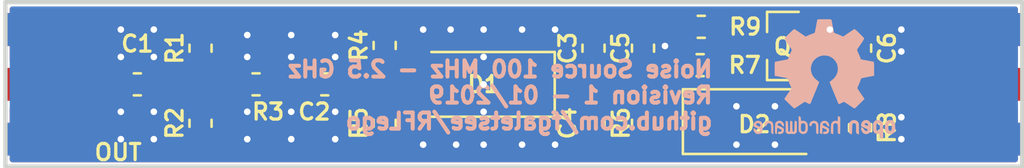
<source format=kicad_pcb>
(kicad_pcb (version 20171130) (host pcbnew "(5.0.1-3-g963ef8bb5)")

  (general
    (thickness 1.6)
    (drawings 5)
    (tracks 92)
    (zones 0)
    (modules 21)
    (nets 12)
  )

  (page A4)
  (layers
    (0 F.Cu signal)
    (31 B.Cu signal)
    (32 B.Adhes user)
    (33 F.Adhes user)
    (34 B.Paste user)
    (35 F.Paste user)
    (36 B.SilkS user)
    (37 F.SilkS user)
    (38 B.Mask user)
    (39 F.Mask user)
    (40 Dwgs.User user)
    (41 Cmts.User user)
    (42 Eco1.User user)
    (43 Eco2.User user)
    (44 Edge.Cuts user)
    (45 Margin user)
    (46 B.CrtYd user)
    (47 F.CrtYd user)
    (48 B.Fab user)
    (49 F.Fab user)
  )

  (setup
    (last_trace_width 0.2032)
    (user_trace_width 0.508)
    (user_trace_width 0.762)
    (trace_clearance 0.2032)
    (zone_clearance 0.1)
    (zone_45_only no)
    (trace_min 0.1524)
    (segment_width 0.2)
    (edge_width 0.15)
    (via_size 0.6096)
    (via_drill 0.3048)
    (via_min_size 0.6096)
    (via_min_drill 0.3048)
    (uvia_size 0.3)
    (uvia_drill 0.1)
    (uvias_allowed no)
    (uvia_min_size 0.2)
    (uvia_min_drill 0.1)
    (pcb_text_width 0.3)
    (pcb_text_size 1.5 1.5)
    (mod_edge_width 0.15)
    (mod_text_size 1 1)
    (mod_text_width 0.15)
    (pad_size 1.524 1.524)
    (pad_drill 0.762)
    (pad_to_mask_clearance 0.051)
    (solder_mask_min_width 0.25)
    (aux_axis_origin 117.348 111.76)
    (grid_origin 117.348 111.76)
    (visible_elements 7FFDFFBF)
    (pcbplotparams
      (layerselection 0x010fc_ffffffff)
      (usegerberextensions false)
      (usegerberattributes false)
      (usegerberadvancedattributes false)
      (creategerberjobfile false)
      (excludeedgelayer true)
      (linewidth 0.100000)
      (plotframeref false)
      (viasonmask false)
      (mode 1)
      (useauxorigin false)
      (hpglpennumber 1)
      (hpglpenspeed 20)
      (hpglpendiameter 15.000000)
      (psnegative false)
      (psa4output false)
      (plotreference true)
      (plotvalue true)
      (plotinvisibletext false)
      (padsonsilk false)
      (subtractmaskfromsilk false)
      (outputformat 1)
      (mirror false)
      (drillshape 1)
      (scaleselection 1)
      (outputdirectory ""))
  )

  (net 0 "")
  (net 1 "Net-(C1-Pad1)")
  (net 2 "Net-(C1-Pad2)")
  (net 3 "Net-(C2-Pad2)")
  (net 4 "Net-(C2-Pad1)")
  (net 5 GND)
  (net 6 "Net-(C3-Pad2)")
  (net 7 "Net-(C5-Pad1)")
  (net 8 "Net-(C6-Pad1)")
  (net 9 "Net-(D2-Pad2)")
  (net 10 "Net-(Q1-Pad2)")
  (net 11 "Net-(Q1-Pad3)")

  (net_class Default "This is the default net class."
    (clearance 0.2032)
    (trace_width 0.2032)
    (via_dia 0.6096)
    (via_drill 0.3048)
    (uvia_dia 0.3)
    (uvia_drill 0.1)
    (diff_pair_gap 0.2032)
    (diff_pair_width 0.2032)
    (add_net GND)
    (add_net "Net-(C1-Pad1)")
    (add_net "Net-(C1-Pad2)")
    (add_net "Net-(C2-Pad1)")
    (add_net "Net-(C2-Pad2)")
    (add_net "Net-(C3-Pad2)")
    (add_net "Net-(C5-Pad1)")
    (add_net "Net-(C6-Pad1)")
    (add_net "Net-(D2-Pad2)")
    (add_net "Net-(Q1-Pad2)")
    (add_net "Net-(Q1-Pad3)")
  )

  (net_class 50Ohm ""
    (clearance 0.37)
    (trace_width 1.8)
    (via_dia 0.6096)
    (via_drill 0.3048)
    (uvia_dia 0.3)
    (uvia_drill 0.1)
    (diff_pair_gap 0.2032)
    (diff_pair_width 0.2032)
  )

  (module Symbol:OSHW-Logo2_7.3x6mm_SilkScreen (layer B.Cu) (tedit 0) (tstamp 5C50AF3A)
    (at 155.194 107.696 180)
    (descr "Open Source Hardware Symbol")
    (tags "Logo Symbol OSHW")
    (attr virtual)
    (fp_text reference REF** (at 0 0 180) (layer B.SilkS) hide
      (effects (font (size 1 1) (thickness 0.15)) (justify mirror))
    )
    (fp_text value OSHW-Logo2_7.3x6mm_SilkScreen (at 0.75 0 180) (layer B.Fab) hide
      (effects (font (size 1 1) (thickness 0.15)) (justify mirror))
    )
    (fp_poly (pts (xy 0.10391 2.757652) (xy 0.182454 2.757222) (xy 0.239298 2.756058) (xy 0.278105 2.753793)
      (xy 0.302538 2.75006) (xy 0.316262 2.744494) (xy 0.32294 2.736727) (xy 0.326236 2.726395)
      (xy 0.326556 2.725057) (xy 0.331562 2.700921) (xy 0.340829 2.653299) (xy 0.353392 2.587259)
      (xy 0.368287 2.507872) (xy 0.384551 2.420204) (xy 0.385119 2.417125) (xy 0.40141 2.331211)
      (xy 0.416652 2.255304) (xy 0.429861 2.193955) (xy 0.440054 2.151718) (xy 0.446248 2.133145)
      (xy 0.446543 2.132816) (xy 0.464788 2.123747) (xy 0.502405 2.108633) (xy 0.551271 2.090738)
      (xy 0.551543 2.090642) (xy 0.613093 2.067507) (xy 0.685657 2.038035) (xy 0.754057 2.008403)
      (xy 0.757294 2.006938) (xy 0.868702 1.956374) (xy 1.115399 2.12484) (xy 1.191077 2.176197)
      (xy 1.259631 2.222111) (xy 1.317088 2.25997) (xy 1.359476 2.287163) (xy 1.382825 2.301079)
      (xy 1.385042 2.302111) (xy 1.40201 2.297516) (xy 1.433701 2.275345) (xy 1.481352 2.234553)
      (xy 1.546198 2.174095) (xy 1.612397 2.109773) (xy 1.676214 2.046388) (xy 1.733329 1.988549)
      (xy 1.780305 1.939825) (xy 1.813703 1.90379) (xy 1.830085 1.884016) (xy 1.830694 1.882998)
      (xy 1.832505 1.869428) (xy 1.825683 1.847267) (xy 1.80854 1.813522) (xy 1.779393 1.7652)
      (xy 1.736555 1.699308) (xy 1.679448 1.614483) (xy 1.628766 1.539823) (xy 1.583461 1.47286)
      (xy 1.54615 1.417484) (xy 1.519452 1.37758) (xy 1.505985 1.357038) (xy 1.505137 1.355644)
      (xy 1.506781 1.335962) (xy 1.519245 1.297707) (xy 1.540048 1.248111) (xy 1.547462 1.232272)
      (xy 1.579814 1.16171) (xy 1.614328 1.081647) (xy 1.642365 1.012371) (xy 1.662568 0.960955)
      (xy 1.678615 0.921881) (xy 1.687888 0.901459) (xy 1.689041 0.899886) (xy 1.706096 0.897279)
      (xy 1.746298 0.890137) (xy 1.804302 0.879477) (xy 1.874763 0.866315) (xy 1.952335 0.851667)
      (xy 2.031672 0.836551) (xy 2.107431 0.821982) (xy 2.174264 0.808978) (xy 2.226828 0.798555)
      (xy 2.259776 0.79173) (xy 2.267857 0.789801) (xy 2.276205 0.785038) (xy 2.282506 0.774282)
      (xy 2.287045 0.753902) (xy 2.290104 0.720266) (xy 2.291967 0.669745) (xy 2.292918 0.598708)
      (xy 2.29324 0.503524) (xy 2.293257 0.464508) (xy 2.293257 0.147201) (xy 2.217057 0.132161)
      (xy 2.174663 0.124005) (xy 2.1114 0.112101) (xy 2.034962 0.097884) (xy 1.953043 0.08279)
      (xy 1.9304 0.078645) (xy 1.854806 0.063947) (xy 1.788953 0.049495) (xy 1.738366 0.036625)
      (xy 1.708574 0.026678) (xy 1.703612 0.023713) (xy 1.691426 0.002717) (xy 1.673953 -0.037967)
      (xy 1.654577 -0.090322) (xy 1.650734 -0.1016) (xy 1.625339 -0.171523) (xy 1.593817 -0.250418)
      (xy 1.562969 -0.321266) (xy 1.562817 -0.321595) (xy 1.511447 -0.432733) (xy 1.680399 -0.681253)
      (xy 1.849352 -0.929772) (xy 1.632429 -1.147058) (xy 1.566819 -1.211726) (xy 1.506979 -1.268733)
      (xy 1.456267 -1.315033) (xy 1.418046 -1.347584) (xy 1.395675 -1.363343) (xy 1.392466 -1.364343)
      (xy 1.373626 -1.356469) (xy 1.33518 -1.334578) (xy 1.28133 -1.301267) (xy 1.216276 -1.259131)
      (xy 1.14594 -1.211943) (xy 1.074555 -1.16381) (xy 1.010908 -1.121928) (xy 0.959041 -1.088871)
      (xy 0.922995 -1.067218) (xy 0.906867 -1.059543) (xy 0.887189 -1.066037) (xy 0.849875 -1.08315)
      (xy 0.802621 -1.107326) (xy 0.797612 -1.110013) (xy 0.733977 -1.141927) (xy 0.690341 -1.157579)
      (xy 0.663202 -1.157745) (xy 0.649057 -1.143204) (xy 0.648975 -1.143) (xy 0.641905 -1.125779)
      (xy 0.625042 -1.084899) (xy 0.599695 -1.023525) (xy 0.567171 -0.944819) (xy 0.528778 -0.851947)
      (xy 0.485822 -0.748072) (xy 0.444222 -0.647502) (xy 0.398504 -0.536516) (xy 0.356526 -0.433703)
      (xy 0.319548 -0.342215) (xy 0.288827 -0.265201) (xy 0.265622 -0.205815) (xy 0.25119 -0.167209)
      (xy 0.246743 -0.1528) (xy 0.257896 -0.136272) (xy 0.287069 -0.10993) (xy 0.325971 -0.080887)
      (xy 0.436757 0.010961) (xy 0.523351 0.116241) (xy 0.584716 0.232734) (xy 0.619815 0.358224)
      (xy 0.627608 0.490493) (xy 0.621943 0.551543) (xy 0.591078 0.678205) (xy 0.53792 0.790059)
      (xy 0.465767 0.885999) (xy 0.377917 0.964924) (xy 0.277665 1.02573) (xy 0.16831 1.067313)
      (xy 0.053147 1.088572) (xy -0.064525 1.088401) (xy -0.18141 1.065699) (xy -0.294211 1.019362)
      (xy -0.399631 0.948287) (xy -0.443632 0.908089) (xy -0.528021 0.804871) (xy -0.586778 0.692075)
      (xy -0.620296 0.57299) (xy -0.628965 0.450905) (xy -0.613177 0.329107) (xy -0.573322 0.210884)
      (xy -0.509793 0.099525) (xy -0.422979 -0.001684) (xy -0.325971 -0.080887) (xy -0.285563 -0.111162)
      (xy -0.257018 -0.137219) (xy -0.246743 -0.152825) (xy -0.252123 -0.169843) (xy -0.267425 -0.2105)
      (xy -0.291388 -0.271642) (xy -0.322756 -0.350119) (xy -0.360268 -0.44278) (xy -0.402667 -0.546472)
      (xy -0.444337 -0.647526) (xy -0.49031 -0.758607) (xy -0.532893 -0.861541) (xy -0.570779 -0.953165)
      (xy -0.60266 -1.030316) (xy -0.627229 -1.089831) (xy -0.64318 -1.128544) (xy -0.64909 -1.143)
      (xy -0.663052 -1.157685) (xy -0.69006 -1.157642) (xy -0.733587 -1.142099) (xy -0.79711 -1.110284)
      (xy -0.797612 -1.110013) (xy -0.84544 -1.085323) (xy -0.884103 -1.067338) (xy -0.905905 -1.059614)
      (xy -0.906867 -1.059543) (xy -0.923279 -1.067378) (xy -0.959513 -1.089165) (xy -1.011526 -1.122328)
      (xy -1.075275 -1.164291) (xy -1.14594 -1.211943) (xy -1.217884 -1.260191) (xy -1.282726 -1.302151)
      (xy -1.336265 -1.335227) (xy -1.374303 -1.356821) (xy -1.392467 -1.364343) (xy -1.409192 -1.354457)
      (xy -1.44282 -1.326826) (xy -1.48999 -1.284495) (xy -1.547342 -1.230505) (xy -1.611516 -1.167899)
      (xy -1.632503 -1.146983) (xy -1.849501 -0.929623) (xy -1.684332 -0.68722) (xy -1.634136 -0.612781)
      (xy -1.590081 -0.545972) (xy -1.554638 -0.490665) (xy -1.530281 -0.450729) (xy -1.519478 -0.430036)
      (xy -1.519162 -0.428563) (xy -1.524857 -0.409058) (xy -1.540174 -0.369822) (xy -1.562463 -0.31743)
      (xy -1.578107 -0.282355) (xy -1.607359 -0.215201) (xy -1.634906 -0.147358) (xy -1.656263 -0.090034)
      (xy -1.662065 -0.072572) (xy -1.678548 -0.025938) (xy -1.69466 0.010095) (xy -1.70351 0.023713)
      (xy -1.72304 0.032048) (xy -1.765666 0.043863) (xy -1.825855 0.057819) (xy -1.898078 0.072578)
      (xy -1.9304 0.078645) (xy -2.012478 0.093727) (xy -2.091205 0.108331) (xy -2.158891 0.12102)
      (xy -2.20784 0.130358) (xy -2.217057 0.132161) (xy -2.293257 0.147201) (xy -2.293257 0.464508)
      (xy -2.293086 0.568846) (xy -2.292384 0.647787) (xy -2.290866 0.704962) (xy -2.288251 0.744001)
      (xy -2.284254 0.768535) (xy -2.278591 0.782195) (xy -2.27098 0.788611) (xy -2.267857 0.789801)
      (xy -2.249022 0.79402) (xy -2.207412 0.802438) (xy -2.14837 0.814039) (xy -2.077243 0.827805)
      (xy -1.999375 0.84272) (xy -1.920113 0.857768) (xy -1.844802 0.871931) (xy -1.778787 0.884194)
      (xy -1.727413 0.893539) (xy -1.696025 0.89895) (xy -1.689041 0.899886) (xy -1.682715 0.912404)
      (xy -1.66871 0.945754) (xy -1.649645 0.993623) (xy -1.642366 1.012371) (xy -1.613004 1.084805)
      (xy -1.578429 1.16483) (xy -1.547463 1.232272) (xy -1.524677 1.283841) (xy -1.509518 1.326215)
      (xy -1.504458 1.352166) (xy -1.505264 1.355644) (xy -1.515959 1.372064) (xy -1.54038 1.408583)
      (xy -1.575905 1.461313) (xy -1.619913 1.526365) (xy -1.669783 1.599849) (xy -1.679644 1.614355)
      (xy -1.737508 1.700296) (xy -1.780044 1.765739) (xy -1.808946 1.813696) (xy -1.82591 1.84718)
      (xy -1.832633 1.869205) (xy -1.83081 1.882783) (xy -1.830764 1.882869) (xy -1.816414 1.900703)
      (xy -1.784677 1.935183) (xy -1.73899 1.982732) (xy -1.682796 2.039778) (xy -1.619532 2.102745)
      (xy -1.612398 2.109773) (xy -1.53267 2.18698) (xy -1.471143 2.24367) (xy -1.426579 2.28089)
      (xy -1.397743 2.299685) (xy -1.385042 2.302111) (xy -1.366506 2.291529) (xy -1.328039 2.267084)
      (xy -1.273614 2.231388) (xy -1.207202 2.187053) (xy -1.132775 2.136689) (xy -1.115399 2.12484)
      (xy -0.868703 1.956374) (xy -0.757294 2.006938) (xy -0.689543 2.036405) (xy -0.616817 2.066041)
      (xy -0.554297 2.08967) (xy -0.551543 2.090642) (xy -0.50264 2.108543) (xy -0.464943 2.12368)
      (xy -0.446575 2.13279) (xy -0.446544 2.132816) (xy -0.440715 2.149283) (xy -0.430808 2.189781)
      (xy -0.417805 2.249758) (xy -0.402691 2.32466) (xy -0.386448 2.409936) (xy -0.385119 2.417125)
      (xy -0.368825 2.504986) (xy -0.353867 2.58474) (xy -0.341209 2.651319) (xy -0.331814 2.699653)
      (xy -0.326646 2.724675) (xy -0.326556 2.725057) (xy -0.323411 2.735701) (xy -0.317296 2.743738)
      (xy -0.304547 2.749533) (xy -0.2815 2.753453) (xy -0.244491 2.755865) (xy -0.189856 2.757135)
      (xy -0.113933 2.757629) (xy -0.013056 2.757714) (xy 0 2.757714) (xy 0.10391 2.757652)) (layer B.SilkS) (width 0.01))
    (fp_poly (pts (xy 3.153595 -1.966966) (xy 3.211021 -2.004497) (xy 3.238719 -2.038096) (xy 3.260662 -2.099064)
      (xy 3.262405 -2.147308) (xy 3.258457 -2.211816) (xy 3.109686 -2.276934) (xy 3.037349 -2.310202)
      (xy 2.990084 -2.336964) (xy 2.965507 -2.360144) (xy 2.961237 -2.382667) (xy 2.974889 -2.407455)
      (xy 2.989943 -2.423886) (xy 3.033746 -2.450235) (xy 3.081389 -2.452081) (xy 3.125145 -2.431546)
      (xy 3.157289 -2.390752) (xy 3.163038 -2.376347) (xy 3.190576 -2.331356) (xy 3.222258 -2.312182)
      (xy 3.265714 -2.295779) (xy 3.265714 -2.357966) (xy 3.261872 -2.400283) (xy 3.246823 -2.435969)
      (xy 3.21528 -2.476943) (xy 3.210592 -2.482267) (xy 3.175506 -2.51872) (xy 3.145347 -2.538283)
      (xy 3.107615 -2.547283) (xy 3.076335 -2.55023) (xy 3.020385 -2.550965) (xy 2.980555 -2.54166)
      (xy 2.955708 -2.527846) (xy 2.916656 -2.497467) (xy 2.889625 -2.464613) (xy 2.872517 -2.423294)
      (xy 2.863238 -2.367521) (xy 2.859693 -2.291305) (xy 2.85941 -2.252622) (xy 2.860372 -2.206247)
      (xy 2.948007 -2.206247) (xy 2.949023 -2.231126) (xy 2.951556 -2.2352) (xy 2.968274 -2.229665)
      (xy 3.004249 -2.215017) (xy 3.052331 -2.19419) (xy 3.062386 -2.189714) (xy 3.123152 -2.158814)
      (xy 3.156632 -2.131657) (xy 3.16399 -2.10622) (xy 3.146391 -2.080481) (xy 3.131856 -2.069109)
      (xy 3.07941 -2.046364) (xy 3.030322 -2.050122) (xy 2.989227 -2.077884) (xy 2.960758 -2.127152)
      (xy 2.951631 -2.166257) (xy 2.948007 -2.206247) (xy 2.860372 -2.206247) (xy 2.861285 -2.162249)
      (xy 2.868196 -2.095384) (xy 2.881884 -2.046695) (xy 2.904096 -2.010849) (xy 2.936574 -1.982513)
      (xy 2.950733 -1.973355) (xy 3.015053 -1.949507) (xy 3.085473 -1.948006) (xy 3.153595 -1.966966)) (layer B.SilkS) (width 0.01))
    (fp_poly (pts (xy 2.6526 -1.958752) (xy 2.669948 -1.966334) (xy 2.711356 -1.999128) (xy 2.746765 -2.046547)
      (xy 2.768664 -2.097151) (xy 2.772229 -2.122098) (xy 2.760279 -2.156927) (xy 2.734067 -2.175357)
      (xy 2.705964 -2.186516) (xy 2.693095 -2.188572) (xy 2.686829 -2.173649) (xy 2.674456 -2.141175)
      (xy 2.669028 -2.126502) (xy 2.63859 -2.075744) (xy 2.59452 -2.050427) (xy 2.53801 -2.051206)
      (xy 2.533825 -2.052203) (xy 2.503655 -2.066507) (xy 2.481476 -2.094393) (xy 2.466327 -2.139287)
      (xy 2.45725 -2.204615) (xy 2.453286 -2.293804) (xy 2.452914 -2.341261) (xy 2.45273 -2.416071)
      (xy 2.451522 -2.467069) (xy 2.448309 -2.499471) (xy 2.442109 -2.518495) (xy 2.43194 -2.529356)
      (xy 2.416819 -2.537272) (xy 2.415946 -2.53767) (xy 2.386828 -2.549981) (xy 2.372403 -2.554514)
      (xy 2.370186 -2.540809) (xy 2.368289 -2.502925) (xy 2.366847 -2.445715) (xy 2.365998 -2.374027)
      (xy 2.365829 -2.321565) (xy 2.366692 -2.220047) (xy 2.37007 -2.143032) (xy 2.377142 -2.086023)
      (xy 2.389088 -2.044526) (xy 2.40709 -2.014043) (xy 2.432327 -1.99008) (xy 2.457247 -1.973355)
      (xy 2.517171 -1.951097) (xy 2.586911 -1.946076) (xy 2.6526 -1.958752)) (layer B.SilkS) (width 0.01))
    (fp_poly (pts (xy 2.144876 -1.956335) (xy 2.186667 -1.975344) (xy 2.219469 -1.998378) (xy 2.243503 -2.024133)
      (xy 2.260097 -2.057358) (xy 2.270577 -2.1028) (xy 2.276271 -2.165207) (xy 2.278507 -2.249327)
      (xy 2.278743 -2.304721) (xy 2.278743 -2.520826) (xy 2.241774 -2.53767) (xy 2.212656 -2.549981)
      (xy 2.198231 -2.554514) (xy 2.195472 -2.541025) (xy 2.193282 -2.504653) (xy 2.191942 -2.451542)
      (xy 2.191657 -2.409372) (xy 2.190434 -2.348447) (xy 2.187136 -2.300115) (xy 2.182321 -2.270518)
      (xy 2.178496 -2.264229) (xy 2.152783 -2.270652) (xy 2.112418 -2.287125) (xy 2.065679 -2.309458)
      (xy 2.020845 -2.333457) (xy 1.986193 -2.35493) (xy 1.970002 -2.369685) (xy 1.969938 -2.369845)
      (xy 1.97133 -2.397152) (xy 1.983818 -2.423219) (xy 2.005743 -2.444392) (xy 2.037743 -2.451474)
      (xy 2.065092 -2.450649) (xy 2.103826 -2.450042) (xy 2.124158 -2.459116) (xy 2.136369 -2.483092)
      (xy 2.137909 -2.487613) (xy 2.143203 -2.521806) (xy 2.129047 -2.542568) (xy 2.092148 -2.552462)
      (xy 2.052289 -2.554292) (xy 1.980562 -2.540727) (xy 1.943432 -2.521355) (xy 1.897576 -2.475845)
      (xy 1.873256 -2.419983) (xy 1.871073 -2.360957) (xy 1.891629 -2.305953) (xy 1.922549 -2.271486)
      (xy 1.95342 -2.252189) (xy 2.001942 -2.227759) (xy 2.058485 -2.202985) (xy 2.06791 -2.199199)
      (xy 2.130019 -2.171791) (xy 2.165822 -2.147634) (xy 2.177337 -2.123619) (xy 2.16658 -2.096635)
      (xy 2.148114 -2.075543) (xy 2.104469 -2.049572) (xy 2.056446 -2.047624) (xy 2.012406 -2.067637)
      (xy 1.980709 -2.107551) (xy 1.976549 -2.117848) (xy 1.952327 -2.155724) (xy 1.916965 -2.183842)
      (xy 1.872343 -2.206917) (xy 1.872343 -2.141485) (xy 1.874969 -2.101506) (xy 1.88623 -2.069997)
      (xy 1.911199 -2.036378) (xy 1.935169 -2.010484) (xy 1.972441 -1.973817) (xy 2.001401 -1.954121)
      (xy 2.032505 -1.94622) (xy 2.067713 -1.944914) (xy 2.144876 -1.956335)) (layer B.SilkS) (width 0.01))
    (fp_poly (pts (xy 1.779833 -1.958663) (xy 1.782048 -1.99685) (xy 1.783784 -2.054886) (xy 1.784899 -2.12818)
      (xy 1.785257 -2.205055) (xy 1.785257 -2.465196) (xy 1.739326 -2.511127) (xy 1.707675 -2.539429)
      (xy 1.67989 -2.550893) (xy 1.641915 -2.550168) (xy 1.62684 -2.548321) (xy 1.579726 -2.542948)
      (xy 1.540756 -2.539869) (xy 1.531257 -2.539585) (xy 1.499233 -2.541445) (xy 1.453432 -2.546114)
      (xy 1.435674 -2.548321) (xy 1.392057 -2.551735) (xy 1.362745 -2.54432) (xy 1.33368 -2.521427)
      (xy 1.323188 -2.511127) (xy 1.277257 -2.465196) (xy 1.277257 -1.978602) (xy 1.314226 -1.961758)
      (xy 1.346059 -1.949282) (xy 1.364683 -1.944914) (xy 1.369458 -1.958718) (xy 1.373921 -1.997286)
      (xy 1.377775 -2.056356) (xy 1.380722 -2.131663) (xy 1.382143 -2.195286) (xy 1.386114 -2.445657)
      (xy 1.420759 -2.450556) (xy 1.452268 -2.447131) (xy 1.467708 -2.436041) (xy 1.472023 -2.415308)
      (xy 1.475708 -2.371145) (xy 1.478469 -2.309146) (xy 1.480012 -2.234909) (xy 1.480235 -2.196706)
      (xy 1.480457 -1.976783) (xy 1.526166 -1.960849) (xy 1.558518 -1.950015) (xy 1.576115 -1.944962)
      (xy 1.576623 -1.944914) (xy 1.578388 -1.958648) (xy 1.580329 -1.99673) (xy 1.582282 -2.054482)
      (xy 1.584084 -2.127227) (xy 1.585343 -2.195286) (xy 1.589314 -2.445657) (xy 1.6764 -2.445657)
      (xy 1.680396 -2.21724) (xy 1.684392 -1.988822) (xy 1.726847 -1.966868) (xy 1.758192 -1.951793)
      (xy 1.776744 -1.944951) (xy 1.777279 -1.944914) (xy 1.779833 -1.958663)) (layer B.SilkS) (width 0.01))
    (fp_poly (pts (xy 1.190117 -2.065358) (xy 1.189933 -2.173837) (xy 1.189219 -2.257287) (xy 1.187675 -2.319704)
      (xy 1.185001 -2.365085) (xy 1.180894 -2.397429) (xy 1.175055 -2.420733) (xy 1.167182 -2.438995)
      (xy 1.161221 -2.449418) (xy 1.111855 -2.505945) (xy 1.049264 -2.541377) (xy 0.980013 -2.55409)
      (xy 0.910668 -2.542463) (xy 0.869375 -2.521568) (xy 0.826025 -2.485422) (xy 0.796481 -2.441276)
      (xy 0.778655 -2.383462) (xy 0.770463 -2.306313) (xy 0.769302 -2.249714) (xy 0.769458 -2.245647)
      (xy 0.870857 -2.245647) (xy 0.871476 -2.31055) (xy 0.874314 -2.353514) (xy 0.88084 -2.381622)
      (xy 0.892523 -2.401953) (xy 0.906483 -2.417288) (xy 0.953365 -2.44689) (xy 1.003701 -2.449419)
      (xy 1.051276 -2.424705) (xy 1.054979 -2.421356) (xy 1.070783 -2.403935) (xy 1.080693 -2.383209)
      (xy 1.086058 -2.352362) (xy 1.088228 -2.304577) (xy 1.088571 -2.251748) (xy 1.087827 -2.185381)
      (xy 1.084748 -2.141106) (xy 1.078061 -2.112009) (xy 1.066496 -2.091173) (xy 1.057013 -2.080107)
      (xy 1.01296 -2.052198) (xy 0.962224 -2.048843) (xy 0.913796 -2.070159) (xy 0.90445 -2.078073)
      (xy 0.88854 -2.095647) (xy 0.87861 -2.116587) (xy 0.873278 -2.147782) (xy 0.871163 -2.196122)
      (xy 0.870857 -2.245647) (xy 0.769458 -2.245647) (xy 0.77281 -2.158568) (xy 0.784726 -2.090086)
      (xy 0.807135 -2.0386) (xy 0.842124 -1.998443) (xy 0.869375 -1.977861) (xy 0.918907 -1.955625)
      (xy 0.976316 -1.945304) (xy 1.029682 -1.948067) (xy 1.059543 -1.959212) (xy 1.071261 -1.962383)
      (xy 1.079037 -1.950557) (xy 1.084465 -1.918866) (xy 1.088571 -1.870593) (xy 1.093067 -1.816829)
      (xy 1.099313 -1.784482) (xy 1.110676 -1.765985) (xy 1.130528 -1.75377) (xy 1.143 -1.748362)
      (xy 1.190171 -1.728601) (xy 1.190117 -2.065358)) (layer B.SilkS) (width 0.01))
    (fp_poly (pts (xy 0.529926 -1.949755) (xy 0.595858 -1.974084) (xy 0.649273 -2.017117) (xy 0.670164 -2.047409)
      (xy 0.692939 -2.102994) (xy 0.692466 -2.143186) (xy 0.668562 -2.170217) (xy 0.659717 -2.174813)
      (xy 0.62153 -2.189144) (xy 0.602028 -2.185472) (xy 0.595422 -2.161407) (xy 0.595086 -2.148114)
      (xy 0.582992 -2.09921) (xy 0.551471 -2.064999) (xy 0.507659 -2.048476) (xy 0.458695 -2.052634)
      (xy 0.418894 -2.074227) (xy 0.40545 -2.086544) (xy 0.395921 -2.101487) (xy 0.389485 -2.124075)
      (xy 0.385317 -2.159328) (xy 0.382597 -2.212266) (xy 0.380502 -2.287907) (xy 0.37996 -2.311857)
      (xy 0.377981 -2.39379) (xy 0.375731 -2.451455) (xy 0.372357 -2.489608) (xy 0.367006 -2.513004)
      (xy 0.358824 -2.526398) (xy 0.346959 -2.534545) (xy 0.339362 -2.538144) (xy 0.307102 -2.550452)
      (xy 0.288111 -2.554514) (xy 0.281836 -2.540948) (xy 0.278006 -2.499934) (xy 0.2766 -2.430999)
      (xy 0.277598 -2.333669) (xy 0.277908 -2.318657) (xy 0.280101 -2.229859) (xy 0.282693 -2.165019)
      (xy 0.286382 -2.119067) (xy 0.291864 -2.086935) (xy 0.299835 -2.063553) (xy 0.310993 -2.043852)
      (xy 0.31683 -2.03541) (xy 0.350296 -1.998057) (xy 0.387727 -1.969003) (xy 0.392309 -1.966467)
      (xy 0.459426 -1.946443) (xy 0.529926 -1.949755)) (layer B.SilkS) (width 0.01))
    (fp_poly (pts (xy 0.039744 -1.950968) (xy 0.096616 -1.972087) (xy 0.097267 -1.972493) (xy 0.13244 -1.99838)
      (xy 0.158407 -2.028633) (xy 0.17667 -2.068058) (xy 0.188732 -2.121462) (xy 0.196096 -2.193651)
      (xy 0.200264 -2.289432) (xy 0.200629 -2.303078) (xy 0.205876 -2.508842) (xy 0.161716 -2.531678)
      (xy 0.129763 -2.54711) (xy 0.11047 -2.554423) (xy 0.109578 -2.554514) (xy 0.106239 -2.541022)
      (xy 0.103587 -2.504626) (xy 0.101956 -2.451452) (xy 0.1016 -2.408393) (xy 0.101592 -2.338641)
      (xy 0.098403 -2.294837) (xy 0.087288 -2.273944) (xy 0.063501 -2.272925) (xy 0.022296 -2.288741)
      (xy -0.039914 -2.317815) (xy -0.085659 -2.341963) (xy -0.109187 -2.362913) (xy -0.116104 -2.385747)
      (xy -0.116114 -2.386877) (xy -0.104701 -2.426212) (xy -0.070908 -2.447462) (xy -0.019191 -2.450539)
      (xy 0.018061 -2.450006) (xy 0.037703 -2.460735) (xy 0.049952 -2.486505) (xy 0.057002 -2.519337)
      (xy 0.046842 -2.537966) (xy 0.043017 -2.540632) (xy 0.007001 -2.55134) (xy -0.043434 -2.552856)
      (xy -0.095374 -2.545759) (xy -0.132178 -2.532788) (xy -0.183062 -2.489585) (xy -0.211986 -2.429446)
      (xy -0.217714 -2.382462) (xy -0.213343 -2.340082) (xy -0.197525 -2.305488) (xy -0.166203 -2.274763)
      (xy -0.115322 -2.24399) (xy -0.040824 -2.209252) (xy -0.036286 -2.207288) (xy 0.030821 -2.176287)
      (xy 0.072232 -2.150862) (xy 0.089981 -2.128014) (xy 0.086107 -2.104745) (xy 0.062643 -2.078056)
      (xy 0.055627 -2.071914) (xy 0.00863 -2.0481) (xy -0.040067 -2.049103) (xy -0.082478 -2.072451)
      (xy -0.110616 -2.115675) (xy -0.113231 -2.12416) (xy -0.138692 -2.165308) (xy -0.170999 -2.185128)
      (xy -0.217714 -2.20477) (xy -0.217714 -2.15395) (xy -0.203504 -2.080082) (xy -0.161325 -2.012327)
      (xy -0.139376 -1.989661) (xy -0.089483 -1.960569) (xy -0.026033 -1.9474) (xy 0.039744 -1.950968)) (layer B.SilkS) (width 0.01))
    (fp_poly (pts (xy -0.624114 -1.851289) (xy -0.619861 -1.910613) (xy -0.614975 -1.945572) (xy -0.608205 -1.96082)
      (xy -0.598298 -1.961015) (xy -0.595086 -1.959195) (xy -0.552356 -1.946015) (xy -0.496773 -1.946785)
      (xy -0.440263 -1.960333) (xy -0.404918 -1.977861) (xy -0.368679 -2.005861) (xy -0.342187 -2.037549)
      (xy -0.324001 -2.077813) (xy -0.312678 -2.131543) (xy -0.306778 -2.203626) (xy -0.304857 -2.298951)
      (xy -0.304823 -2.317237) (xy -0.3048 -2.522646) (xy -0.350509 -2.53858) (xy -0.382973 -2.54942)
      (xy -0.400785 -2.554468) (xy -0.401309 -2.554514) (xy -0.403063 -2.540828) (xy -0.404556 -2.503076)
      (xy -0.405674 -2.446224) (xy -0.406303 -2.375234) (xy -0.4064 -2.332073) (xy -0.406602 -2.246973)
      (xy -0.407642 -2.185981) (xy -0.410169 -2.144177) (xy -0.414836 -2.116642) (xy -0.422293 -2.098456)
      (xy -0.433189 -2.084698) (xy -0.439993 -2.078073) (xy -0.486728 -2.051375) (xy -0.537728 -2.049375)
      (xy -0.583999 -2.071955) (xy -0.592556 -2.080107) (xy -0.605107 -2.095436) (xy -0.613812 -2.113618)
      (xy -0.619369 -2.139909) (xy -0.622474 -2.179562) (xy -0.623824 -2.237832) (xy -0.624114 -2.318173)
      (xy -0.624114 -2.522646) (xy -0.669823 -2.53858) (xy -0.702287 -2.54942) (xy -0.720099 -2.554468)
      (xy -0.720623 -2.554514) (xy -0.721963 -2.540623) (xy -0.723172 -2.501439) (xy -0.724199 -2.4407)
      (xy -0.724998 -2.362141) (xy -0.725519 -2.269498) (xy -0.725714 -2.166509) (xy -0.725714 -1.769342)
      (xy -0.678543 -1.749444) (xy -0.631371 -1.729547) (xy -0.624114 -1.851289)) (layer B.SilkS) (width 0.01))
    (fp_poly (pts (xy -1.831697 -1.931239) (xy -1.774473 -1.969735) (xy -1.730251 -2.025335) (xy -1.703833 -2.096086)
      (xy -1.69849 -2.148162) (xy -1.699097 -2.169893) (xy -1.704178 -2.186531) (xy -1.718145 -2.201437)
      (xy -1.745411 -2.217973) (xy -1.790388 -2.239498) (xy -1.857489 -2.269374) (xy -1.857829 -2.269524)
      (xy -1.919593 -2.297813) (xy -1.970241 -2.322933) (xy -2.004596 -2.342179) (xy -2.017482 -2.352848)
      (xy -2.017486 -2.352934) (xy -2.006128 -2.376166) (xy -1.979569 -2.401774) (xy -1.949077 -2.420221)
      (xy -1.93363 -2.423886) (xy -1.891485 -2.411212) (xy -1.855192 -2.379471) (xy -1.837483 -2.344572)
      (xy -1.820448 -2.318845) (xy -1.787078 -2.289546) (xy -1.747851 -2.264235) (xy -1.713244 -2.250471)
      (xy -1.706007 -2.249714) (xy -1.697861 -2.26216) (xy -1.69737 -2.293972) (xy -1.703357 -2.336866)
      (xy -1.714643 -2.382558) (xy -1.73005 -2.422761) (xy -1.730829 -2.424322) (xy -1.777196 -2.489062)
      (xy -1.837289 -2.533097) (xy -1.905535 -2.554711) (xy -1.976362 -2.552185) (xy -2.044196 -2.523804)
      (xy -2.047212 -2.521808) (xy -2.100573 -2.473448) (xy -2.13566 -2.410352) (xy -2.155078 -2.327387)
      (xy -2.157684 -2.304078) (xy -2.162299 -2.194055) (xy -2.156767 -2.142748) (xy -2.017486 -2.142748)
      (xy -2.015676 -2.174753) (xy -2.005778 -2.184093) (xy -1.981102 -2.177105) (xy -1.942205 -2.160587)
      (xy -1.898725 -2.139881) (xy -1.897644 -2.139333) (xy -1.860791 -2.119949) (xy -1.846 -2.107013)
      (xy -1.849647 -2.093451) (xy -1.865005 -2.075632) (xy -1.904077 -2.049845) (xy -1.946154 -2.04795)
      (xy -1.983897 -2.066717) (xy -2.009966 -2.102915) (xy -2.017486 -2.142748) (xy -2.156767 -2.142748)
      (xy -2.152806 -2.106027) (xy -2.12845 -2.036212) (xy -2.094544 -1.987302) (xy -2.033347 -1.937878)
      (xy -1.965937 -1.913359) (xy -1.89712 -1.911797) (xy -1.831697 -1.931239)) (layer B.SilkS) (width 0.01))
    (fp_poly (pts (xy -2.958885 -1.921962) (xy -2.890855 -1.957733) (xy -2.840649 -2.015301) (xy -2.822815 -2.052312)
      (xy -2.808937 -2.107882) (xy -2.801833 -2.178096) (xy -2.80116 -2.254727) (xy -2.806573 -2.329552)
      (xy -2.81773 -2.394342) (xy -2.834286 -2.440873) (xy -2.839374 -2.448887) (xy -2.899645 -2.508707)
      (xy -2.971231 -2.544535) (xy -3.048908 -2.55502) (xy -3.127452 -2.53881) (xy -3.149311 -2.529092)
      (xy -3.191878 -2.499143) (xy -3.229237 -2.459433) (xy -3.232768 -2.454397) (xy -3.247119 -2.430124)
      (xy -3.256606 -2.404178) (xy -3.26221 -2.370022) (xy -3.264914 -2.321119) (xy -3.265701 -2.250935)
      (xy -3.265714 -2.2352) (xy -3.265678 -2.230192) (xy -3.120571 -2.230192) (xy -3.119727 -2.29643)
      (xy -3.116404 -2.340386) (xy -3.109417 -2.368779) (xy -3.097584 -2.388325) (xy -3.091543 -2.394857)
      (xy -3.056814 -2.41968) (xy -3.023097 -2.418548) (xy -2.989005 -2.397016) (xy -2.968671 -2.374029)
      (xy -2.956629 -2.340478) (xy -2.949866 -2.287569) (xy -2.949402 -2.281399) (xy -2.948248 -2.185513)
      (xy -2.960312 -2.114299) (xy -2.98543 -2.068194) (xy -3.02344 -2.047635) (xy -3.037008 -2.046514)
      (xy -3.072636 -2.052152) (xy -3.097006 -2.071686) (xy -3.111907 -2.109042) (xy -3.119125 -2.16815)
      (xy -3.120571 -2.230192) (xy -3.265678 -2.230192) (xy -3.265174 -2.160413) (xy -3.262904 -2.108159)
      (xy -3.257932 -2.071949) (xy -3.249287 -2.045299) (xy -3.235995 -2.021722) (xy -3.233057 -2.017338)
      (xy -3.183687 -1.958249) (xy -3.129891 -1.923947) (xy -3.064398 -1.910331) (xy -3.042158 -1.909665)
      (xy -2.958885 -1.921962)) (layer B.SilkS) (width 0.01))
    (fp_poly (pts (xy -1.283907 -1.92778) (xy -1.237328 -1.954723) (xy -1.204943 -1.981466) (xy -1.181258 -2.009484)
      (xy -1.164941 -2.043748) (xy -1.154661 -2.089227) (xy -1.149086 -2.150892) (xy -1.146884 -2.233711)
      (xy -1.146629 -2.293246) (xy -1.146629 -2.512391) (xy -1.208314 -2.540044) (xy -1.27 -2.567697)
      (xy -1.277257 -2.32767) (xy -1.280256 -2.238028) (xy -1.283402 -2.172962) (xy -1.287299 -2.128026)
      (xy -1.292553 -2.09877) (xy -1.299769 -2.080748) (xy -1.30955 -2.069511) (xy -1.312688 -2.067079)
      (xy -1.360239 -2.048083) (xy -1.408303 -2.0556) (xy -1.436914 -2.075543) (xy -1.448553 -2.089675)
      (xy -1.456609 -2.10822) (xy -1.461729 -2.136334) (xy -1.464559 -2.179173) (xy -1.465744 -2.241895)
      (xy -1.465943 -2.307261) (xy -1.465982 -2.389268) (xy -1.467386 -2.447316) (xy -1.472086 -2.486465)
      (xy -1.482013 -2.51178) (xy -1.499097 -2.528323) (xy -1.525268 -2.541156) (xy -1.560225 -2.554491)
      (xy -1.598404 -2.569007) (xy -1.593859 -2.311389) (xy -1.592029 -2.218519) (xy -1.589888 -2.149889)
      (xy -1.586819 -2.100711) (xy -1.582206 -2.066198) (xy -1.575432 -2.041562) (xy -1.565881 -2.022016)
      (xy -1.554366 -2.00477) (xy -1.49881 -1.94968) (xy -1.43102 -1.917822) (xy -1.357287 -1.910191)
      (xy -1.283907 -1.92778)) (layer B.SilkS) (width 0.01))
    (fp_poly (pts (xy -2.400256 -1.919918) (xy -2.344799 -1.947568) (xy -2.295852 -1.99848) (xy -2.282371 -2.017338)
      (xy -2.267686 -2.042015) (xy -2.258158 -2.068816) (xy -2.252707 -2.104587) (xy -2.250253 -2.156169)
      (xy -2.249714 -2.224267) (xy -2.252148 -2.317588) (xy -2.260606 -2.387657) (xy -2.276826 -2.439931)
      (xy -2.302546 -2.479869) (xy -2.339503 -2.512929) (xy -2.342218 -2.514886) (xy -2.37864 -2.534908)
      (xy -2.422498 -2.544815) (xy -2.478276 -2.547257) (xy -2.568952 -2.547257) (xy -2.56899 -2.635283)
      (xy -2.569834 -2.684308) (xy -2.574976 -2.713065) (xy -2.588413 -2.730311) (xy -2.614142 -2.744808)
      (xy -2.620321 -2.747769) (xy -2.649236 -2.761648) (xy -2.671624 -2.770414) (xy -2.688271 -2.771171)
      (xy -2.699964 -2.761023) (xy -2.70749 -2.737073) (xy -2.711634 -2.696426) (xy -2.713185 -2.636186)
      (xy -2.712929 -2.553455) (xy -2.711651 -2.445339) (xy -2.711252 -2.413) (xy -2.709815 -2.301524)
      (xy -2.708528 -2.228603) (xy -2.569029 -2.228603) (xy -2.568245 -2.290499) (xy -2.56476 -2.330997)
      (xy -2.556876 -2.357708) (xy -2.542895 -2.378244) (xy -2.533403 -2.38826) (xy -2.494596 -2.417567)
      (xy -2.460237 -2.419952) (xy -2.424784 -2.39575) (xy -2.423886 -2.394857) (xy -2.409461 -2.376153)
      (xy -2.400687 -2.350732) (xy -2.396261 -2.311584) (xy -2.394882 -2.251697) (xy -2.394857 -2.23843)
      (xy -2.398188 -2.155901) (xy -2.409031 -2.098691) (xy -2.42866 -2.063766) (xy -2.45835 -2.048094)
      (xy -2.475509 -2.046514) (xy -2.516234 -2.053926) (xy -2.544168 -2.07833) (xy -2.560983 -2.12298)
      (xy -2.56835 -2.19113) (xy -2.569029 -2.228603) (xy -2.708528 -2.228603) (xy -2.708292 -2.215245)
      (xy -2.706323 -2.150333) (xy -2.70355 -2.102958) (xy -2.699612 -2.06929) (xy -2.694151 -2.045498)
      (xy -2.686808 -2.027753) (xy -2.677223 -2.012224) (xy -2.673113 -2.006381) (xy -2.618595 -1.951185)
      (xy -2.549664 -1.91989) (xy -2.469928 -1.911165) (xy -2.400256 -1.919918)) (layer B.SilkS) (width 0.01))
  )

  (module Diode_SMD:D_MELF (layer F.Cu) (tedit 5C509869) (tstamp 5C5BBA92)
    (at 139.433 107.95 180)
    (descr "Diode, MELF,,")
    (tags "Diode MELF ")
    (path /5C4F3B01)
    (attr smd)
    (fp_text reference D1 (at -0.013 0 180) (layer F.SilkS)
      (effects (font (size 0.75 0.75) (thickness 0.15)))
    )
    (fp_text value 12V (at -0.25 2.5 180) (layer F.Fab)
      (effects (font (size 1 1) (thickness 0.15)))
    )
    (fp_line (start -3.4 1.6) (end -3.4 -1.6) (layer F.CrtYd) (width 0.05))
    (fp_line (start 3.4 1.6) (end -3.4 1.6) (layer F.CrtYd) (width 0.05))
    (fp_line (start 3.4 -1.6) (end 3.4 1.6) (layer F.CrtYd) (width 0.05))
    (fp_line (start -3.4 -1.6) (end 3.4 -1.6) (layer F.CrtYd) (width 0.05))
    (fp_line (start -0.64944 0.00102) (end 0.50118 -0.79908) (layer F.Fab) (width 0.1))
    (fp_line (start -0.64944 0.00102) (end 0.50118 0.75032) (layer F.Fab) (width 0.1))
    (fp_line (start 0.50118 0.75032) (end 0.50118 -0.79908) (layer F.Fab) (width 0.1))
    (fp_line (start -0.64944 -0.79908) (end -0.64944 0.80112) (layer F.Fab) (width 0.1))
    (fp_line (start 0.50118 0.00102) (end 1.4994 0.00102) (layer F.Fab) (width 0.1))
    (fp_line (start -0.64944 0.00102) (end -1.55114 0.00102) (layer F.Fab) (width 0.1))
    (fp_line (start 2.6 1.3) (end 2.6 -1.3) (layer F.Fab) (width 0.1))
    (fp_line (start -2.6 1.3) (end 2.6 1.3) (layer F.Fab) (width 0.1))
    (fp_line (start -2.6 -1.3) (end -2.6 1.3) (layer F.Fab) (width 0.1))
    (fp_line (start 2.6 -1.3) (end -2.6 -1.3) (layer F.Fab) (width 0.1))
    (fp_line (start -3.3 1.5) (end 2.4 1.5) (layer F.SilkS) (width 0.12))
    (fp_line (start -3.3 -1.5) (end -3.3 1.5) (layer F.SilkS) (width 0.12))
    (fp_line (start 2.4 -1.5) (end -3.3 -1.5) (layer F.SilkS) (width 0.12))
    (fp_text user %R (at 0 -2.5 180) (layer F.Fab)
      (effects (font (size 1 1) (thickness 0.15)))
    )
    (pad 2 smd rect (at 2.4 0 180) (size 1.5 2.7) (layers F.Cu F.Paste F.Mask)
      (net 4 "Net-(C2-Pad1)"))
    (pad 1 smd rect (at -2.4 0 180) (size 1.5 2.7) (layers F.Cu F.Paste F.Mask)
      (net 6 "Net-(C3-Pad2)"))
    (model ${KISYS3DMOD}/Diode_SMD.3dshapes/D_MELF.wrl
      (at (xyz 0 0 0))
      (scale (xyz 1 1 1))
      (rotate (xyz 0 0 0))
    )
  )

  (module Diode_SMD:D_MELF (layer F.Cu) (tedit 5C509892) (tstamp 5C50ABA4)
    (at 151.9552 109.6772)
    (descr "Diode, MELF,,")
    (tags "Diode MELF ")
    (path /5C4F4950)
    (attr smd)
    (fp_text reference D2 (at 0 0.127 180) (layer F.SilkS)
      (effects (font (size 0.75 0.75) (thickness 0.15)))
    )
    (fp_text value 3.9V (at -0.25 2.5) (layer F.Fab)
      (effects (font (size 1 1) (thickness 0.15)))
    )
    (fp_text user %R (at 0 -2.5) (layer F.Fab)
      (effects (font (size 1 1) (thickness 0.15)))
    )
    (fp_line (start 2.4 -1.5) (end -3.3 -1.5) (layer F.SilkS) (width 0.12))
    (fp_line (start -3.3 -1.5) (end -3.3 1.5) (layer F.SilkS) (width 0.12))
    (fp_line (start -3.3 1.5) (end 2.4 1.5) (layer F.SilkS) (width 0.12))
    (fp_line (start 2.6 -1.3) (end -2.6 -1.3) (layer F.Fab) (width 0.1))
    (fp_line (start -2.6 -1.3) (end -2.6 1.3) (layer F.Fab) (width 0.1))
    (fp_line (start -2.6 1.3) (end 2.6 1.3) (layer F.Fab) (width 0.1))
    (fp_line (start 2.6 1.3) (end 2.6 -1.3) (layer F.Fab) (width 0.1))
    (fp_line (start -0.64944 0.00102) (end -1.55114 0.00102) (layer F.Fab) (width 0.1))
    (fp_line (start 0.50118 0.00102) (end 1.4994 0.00102) (layer F.Fab) (width 0.1))
    (fp_line (start -0.64944 -0.79908) (end -0.64944 0.80112) (layer F.Fab) (width 0.1))
    (fp_line (start 0.50118 0.75032) (end 0.50118 -0.79908) (layer F.Fab) (width 0.1))
    (fp_line (start -0.64944 0.00102) (end 0.50118 0.75032) (layer F.Fab) (width 0.1))
    (fp_line (start -0.64944 0.00102) (end 0.50118 -0.79908) (layer F.Fab) (width 0.1))
    (fp_line (start -3.4 -1.6) (end 3.4 -1.6) (layer F.CrtYd) (width 0.05))
    (fp_line (start 3.4 -1.6) (end 3.4 1.6) (layer F.CrtYd) (width 0.05))
    (fp_line (start 3.4 1.6) (end -3.4 1.6) (layer F.CrtYd) (width 0.05))
    (fp_line (start -3.4 1.6) (end -3.4 -1.6) (layer F.CrtYd) (width 0.05))
    (pad 1 smd rect (at -2.4 0) (size 1.5 2.7) (layers F.Cu F.Paste F.Mask)
      (net 8 "Net-(C6-Pad1)"))
    (pad 2 smd rect (at 2.4 0) (size 1.5 2.7) (layers F.Cu F.Paste F.Mask)
      (net 9 "Net-(D2-Pad2)"))
    (model ${KISYS3DMOD}/Diode_SMD.3dshapes/D_MELF.wrl
      (at (xyz 0 0 0))
      (scale (xyz 1 1 1))
      (rotate (xyz 0 0 0))
    )
  )

  (module Package_TO_SOT_SMD:SOT-23 (layer F.Cu) (tedit 5C509880) (tstamp 5C5BBABF)
    (at 153.305 106.172 180)
    (descr "SOT-23, Standard")
    (tags SOT-23)
    (path /5C4F3C6C)
    (attr smd)
    (fp_text reference Q1 (at -0.3142 -0.0254) (layer F.SilkS)
      (effects (font (size 0.75 0.75) (thickness 0.15)))
    )
    (fp_text value BC858 (at 0 2.5 180) (layer F.Fab)
      (effects (font (size 1 1) (thickness 0.15)))
    )
    (fp_text user %R (at 0 0 270) (layer F.Fab)
      (effects (font (size 0.5 0.5) (thickness 0.075)))
    )
    (fp_line (start -0.7 -0.95) (end -0.7 1.5) (layer F.Fab) (width 0.1))
    (fp_line (start -0.15 -1.52) (end 0.7 -1.52) (layer F.Fab) (width 0.1))
    (fp_line (start -0.7 -0.95) (end -0.15 -1.52) (layer F.Fab) (width 0.1))
    (fp_line (start 0.7 -1.52) (end 0.7 1.52) (layer F.Fab) (width 0.1))
    (fp_line (start -0.7 1.52) (end 0.7 1.52) (layer F.Fab) (width 0.1))
    (fp_line (start 0.76 1.58) (end 0.76 0.65) (layer F.SilkS) (width 0.12))
    (fp_line (start 0.76 -1.58) (end 0.76 -0.65) (layer F.SilkS) (width 0.12))
    (fp_line (start -1.7 -1.75) (end 1.7 -1.75) (layer F.CrtYd) (width 0.05))
    (fp_line (start 1.7 -1.75) (end 1.7 1.75) (layer F.CrtYd) (width 0.05))
    (fp_line (start 1.7 1.75) (end -1.7 1.75) (layer F.CrtYd) (width 0.05))
    (fp_line (start -1.7 1.75) (end -1.7 -1.75) (layer F.CrtYd) (width 0.05))
    (fp_line (start 0.76 -1.58) (end -1.4 -1.58) (layer F.SilkS) (width 0.12))
    (fp_line (start 0.76 1.58) (end -0.7 1.58) (layer F.SilkS) (width 0.12))
    (pad 1 smd rect (at -1 -0.95 180) (size 0.9 0.8) (layers F.Cu F.Paste F.Mask)
      (net 9 "Net-(D2-Pad2)"))
    (pad 2 smd rect (at -1 0.95 180) (size 0.9 0.8) (layers F.Cu F.Paste F.Mask)
      (net 10 "Net-(Q1-Pad2)"))
    (pad 3 smd rect (at 1 0 180) (size 0.9 0.8) (layers F.Cu F.Paste F.Mask)
      (net 11 "Net-(Q1-Pad3)"))
    (model ${KISYS3DMOD}/Package_TO_SOT_SMD.3dshapes/SOT-23.wrl
      (at (xyz 0 0 0))
      (scale (xyz 1 1 1))
      (rotate (xyz 0 0 0))
    )
  )

  (module RFLego_Footprint:SMA_Edge (layer F.Cu) (tedit 5C5098B8) (tstamp 5C687746)
    (at 117.348 107.95)
    (path /5C4F3D3B)
    (fp_text reference OUT (at 5.207 3.1496) (layer F.SilkS)
      (effects (font (size 0.75 0.75) (thickness 0.15)))
    )
    (fp_text value SMA (at 1.27 6.35) (layer F.Fab) hide
      (effects (font (size 1 1) (thickness 0.15)))
    )
    (pad 1 smd rect (at 2.032 0) (size 4.064 1.524) (layers F.Cu F.Mask)
      (net 2 "Net-(C1-Pad2)"))
    (pad 2 smd rect (at 2.032 -2.54) (size 4.064 1.524) (layers F.Cu F.Mask)
      (net 5 GND))
    (pad 2 smd rect (at 2.032 2.54) (size 4.064 1.524) (layers B.Cu B.Mask)
      (net 5 GND))
    (pad 2 smd rect (at 2.032 -2.54) (size 4.064 1.524) (layers B.Cu B.Mask)
      (net 5 GND))
    (pad 2 smd rect (at 2.032 2.54) (size 4.064 1.524) (layers F.Cu F.Mask)
      (net 5 GND))
  )

  (module RFLego_Footprint:SMA_Edge (layer F.Cu) (tedit 5C4F4417) (tstamp 5C5BBD96)
    (at 160.274 107.95)
    (path /5C4F37DD)
    (fp_text reference J2 (at 2.1336 4.6482) (layer F.SilkS) hide
      (effects (font (size 1 1) (thickness 0.15)))
    )
    (fp_text value SMA (at 1.27 6.35) (layer F.Fab) hide
      (effects (font (size 1 1) (thickness 0.15)))
    )
    (pad 2 smd rect (at 2.032 2.54) (size 4.064 1.524) (layers F.Cu F.Mask)
      (net 5 GND))
    (pad 2 smd rect (at 2.032 -2.54) (size 4.064 1.524) (layers B.Cu B.Mask)
      (net 5 GND))
    (pad 2 smd rect (at 2.032 2.54) (size 4.064 1.524) (layers B.Cu B.Mask)
      (net 5 GND))
    (pad 2 smd rect (at 2.032 -2.54) (size 4.064 1.524) (layers F.Cu F.Mask)
      (net 5 GND))
    (pad 1 smd rect (at 2.032 0) (size 4.064 1.524) (layers F.Cu F.Mask)
      (net 8 "Net-(C6-Pad1)"))
  )

  (module Capacitor_SMD:C_0603_1608Metric (layer F.Cu) (tedit 5C50984A) (tstamp 5C684171)
    (at 123.444 107.95 180)
    (descr "Capacitor SMD 0603 (1608 Metric), square (rectangular) end terminal, IPC_7351 nominal, (Body size source: http://www.tortai-tech.com/upload/download/2011102023233369053.pdf), generated with kicad-footprint-generator")
    (tags capacitor)
    (path /5C4F3E28)
    (attr smd)
    (fp_text reference C1 (at 0 1.8796) (layer F.SilkS)
      (effects (font (size 0.75 0.75) (thickness 0.15)))
    )
    (fp_text value 100n (at 0 1.43 180) (layer F.Fab)
      (effects (font (size 1 1) (thickness 0.15)))
    )
    (fp_line (start -0.8 0.4) (end -0.8 -0.4) (layer F.Fab) (width 0.1))
    (fp_line (start -0.8 -0.4) (end 0.8 -0.4) (layer F.Fab) (width 0.1))
    (fp_line (start 0.8 -0.4) (end 0.8 0.4) (layer F.Fab) (width 0.1))
    (fp_line (start 0.8 0.4) (end -0.8 0.4) (layer F.Fab) (width 0.1))
    (fp_line (start -0.162779 -0.51) (end 0.162779 -0.51) (layer F.SilkS) (width 0.12))
    (fp_line (start -0.162779 0.51) (end 0.162779 0.51) (layer F.SilkS) (width 0.12))
    (fp_line (start -1.48 0.73) (end -1.48 -0.73) (layer F.CrtYd) (width 0.05))
    (fp_line (start -1.48 -0.73) (end 1.48 -0.73) (layer F.CrtYd) (width 0.05))
    (fp_line (start 1.48 -0.73) (end 1.48 0.73) (layer F.CrtYd) (width 0.05))
    (fp_line (start 1.48 0.73) (end -1.48 0.73) (layer F.CrtYd) (width 0.05))
    (fp_text user %R (at 0 0 180) (layer F.Fab)
      (effects (font (size 0.4 0.4) (thickness 0.06)))
    )
    (pad 1 smd roundrect (at -0.7875 0 180) (size 0.875 0.95) (layers F.Cu F.Paste F.Mask) (roundrect_rratio 0.25)
      (net 1 "Net-(C1-Pad1)"))
    (pad 2 smd roundrect (at 0.7875 0 180) (size 0.875 0.95) (layers F.Cu F.Paste F.Mask) (roundrect_rratio 0.25)
      (net 2 "Net-(C1-Pad2)"))
    (model ${KISYS3DMOD}/Capacitor_SMD.3dshapes/C_0603_1608Metric.wrl
      (at (xyz 0 0 0))
      (scale (xyz 1 1 1))
      (rotate (xyz 0 0 0))
    )
  )

  (module Capacitor_SMD:C_0603_1608Metric (layer F.Cu) (tedit 5C50985B) (tstamp 5C683FEF)
    (at 132.1055 107.95 180)
    (descr "Capacitor SMD 0603 (1608 Metric), square (rectangular) end terminal, IPC_7351 nominal, (Body size source: http://www.tortai-tech.com/upload/download/2011102023233369053.pdf), generated with kicad-footprint-generator")
    (tags capacitor)
    (path /5C4F3FED)
    (attr smd)
    (fp_text reference C2 (at 0.4827 -1.27) (layer F.SilkS)
      (effects (font (size 0.75 0.75) (thickness 0.15)))
    )
    (fp_text value 1n (at 0 1.43 180) (layer F.Fab)
      (effects (font (size 1 1) (thickness 0.15)))
    )
    (fp_text user %R (at 0 0 180) (layer F.Fab)
      (effects (font (size 0.4 0.4) (thickness 0.06)))
    )
    (fp_line (start 1.48 0.73) (end -1.48 0.73) (layer F.CrtYd) (width 0.05))
    (fp_line (start 1.48 -0.73) (end 1.48 0.73) (layer F.CrtYd) (width 0.05))
    (fp_line (start -1.48 -0.73) (end 1.48 -0.73) (layer F.CrtYd) (width 0.05))
    (fp_line (start -1.48 0.73) (end -1.48 -0.73) (layer F.CrtYd) (width 0.05))
    (fp_line (start -0.162779 0.51) (end 0.162779 0.51) (layer F.SilkS) (width 0.12))
    (fp_line (start -0.162779 -0.51) (end 0.162779 -0.51) (layer F.SilkS) (width 0.12))
    (fp_line (start 0.8 0.4) (end -0.8 0.4) (layer F.Fab) (width 0.1))
    (fp_line (start 0.8 -0.4) (end 0.8 0.4) (layer F.Fab) (width 0.1))
    (fp_line (start -0.8 -0.4) (end 0.8 -0.4) (layer F.Fab) (width 0.1))
    (fp_line (start -0.8 0.4) (end -0.8 -0.4) (layer F.Fab) (width 0.1))
    (pad 2 smd roundrect (at 0.7875 0 180) (size 0.875 0.95) (layers F.Cu F.Paste F.Mask) (roundrect_rratio 0.25)
      (net 3 "Net-(C2-Pad2)"))
    (pad 1 smd roundrect (at -0.7875 0 180) (size 0.875 0.95) (layers F.Cu F.Paste F.Mask) (roundrect_rratio 0.25)
      (net 4 "Net-(C2-Pad1)"))
    (model ${KISYS3DMOD}/Capacitor_SMD.3dshapes/C_0603_1608Metric.wrl
      (at (xyz 0 0 0))
      (scale (xyz 1 1 1))
      (rotate (xyz 0 0 0))
    )
  )

  (module Capacitor_SMD:C_0603_1608Metric (layer F.Cu) (tedit 5C50986D) (tstamp 5C683FFF)
    (at 144.526 106.2735 270)
    (descr "Capacitor SMD 0603 (1608 Metric), square (rectangular) end terminal, IPC_7351 nominal, (Body size source: http://www.tortai-tech.com/upload/download/2011102023233369053.pdf), generated with kicad-footprint-generator")
    (tags capacitor)
    (path /5C4F41C6)
    (attr smd)
    (fp_text reference C3 (at 0.0001 1.1938 90) (layer F.SilkS)
      (effects (font (size 0.75 0.75) (thickness 0.15)))
    )
    (fp_text value 47p (at 0 1.43 270) (layer F.Fab)
      (effects (font (size 1 1) (thickness 0.15)))
    )
    (fp_line (start -0.8 0.4) (end -0.8 -0.4) (layer F.Fab) (width 0.1))
    (fp_line (start -0.8 -0.4) (end 0.8 -0.4) (layer F.Fab) (width 0.1))
    (fp_line (start 0.8 -0.4) (end 0.8 0.4) (layer F.Fab) (width 0.1))
    (fp_line (start 0.8 0.4) (end -0.8 0.4) (layer F.Fab) (width 0.1))
    (fp_line (start -0.162779 -0.51) (end 0.162779 -0.51) (layer F.SilkS) (width 0.12))
    (fp_line (start -0.162779 0.51) (end 0.162779 0.51) (layer F.SilkS) (width 0.12))
    (fp_line (start -1.48 0.73) (end -1.48 -0.73) (layer F.CrtYd) (width 0.05))
    (fp_line (start -1.48 -0.73) (end 1.48 -0.73) (layer F.CrtYd) (width 0.05))
    (fp_line (start 1.48 -0.73) (end 1.48 0.73) (layer F.CrtYd) (width 0.05))
    (fp_line (start 1.48 0.73) (end -1.48 0.73) (layer F.CrtYd) (width 0.05))
    (fp_text user %R (at 0 0 270) (layer F.Fab)
      (effects (font (size 0.4 0.4) (thickness 0.06)))
    )
    (pad 1 smd roundrect (at -0.7875 0 270) (size 0.875 0.95) (layers F.Cu F.Paste F.Mask) (roundrect_rratio 0.25)
      (net 5 GND))
    (pad 2 smd roundrect (at 0.7875 0 270) (size 0.875 0.95) (layers F.Cu F.Paste F.Mask) (roundrect_rratio 0.25)
      (net 6 "Net-(C3-Pad2)"))
    (model ${KISYS3DMOD}/Capacitor_SMD.3dshapes/C_0603_1608Metric.wrl
      (at (xyz 0 0 0))
      (scale (xyz 1 1 1))
      (rotate (xyz 0 0 0))
    )
  )

  (module Capacitor_SMD:C_0603_1608Metric (layer F.Cu) (tedit 5C509871) (tstamp 5C68400F)
    (at 144.526 109.7535 270)
    (descr "Capacitor SMD 0603 (1608 Metric), square (rectangular) end terminal, IPC_7351 nominal, (Body size source: http://www.tortai-tech.com/upload/download/2011102023233369053.pdf), generated with kicad-footprint-generator")
    (tags capacitor)
    (path /5C4F4218)
    (attr smd)
    (fp_text reference C4 (at -0.0001 1.1938 270) (layer F.SilkS)
      (effects (font (size 0.75 0.75) (thickness 0.15)))
    )
    (fp_text value 47p (at 0 1.43 270) (layer F.Fab)
      (effects (font (size 1 1) (thickness 0.15)))
    )
    (fp_text user %R (at 0 0 270) (layer F.Fab)
      (effects (font (size 0.4 0.4) (thickness 0.06)))
    )
    (fp_line (start 1.48 0.73) (end -1.48 0.73) (layer F.CrtYd) (width 0.05))
    (fp_line (start 1.48 -0.73) (end 1.48 0.73) (layer F.CrtYd) (width 0.05))
    (fp_line (start -1.48 -0.73) (end 1.48 -0.73) (layer F.CrtYd) (width 0.05))
    (fp_line (start -1.48 0.73) (end -1.48 -0.73) (layer F.CrtYd) (width 0.05))
    (fp_line (start -0.162779 0.51) (end 0.162779 0.51) (layer F.SilkS) (width 0.12))
    (fp_line (start -0.162779 -0.51) (end 0.162779 -0.51) (layer F.SilkS) (width 0.12))
    (fp_line (start 0.8 0.4) (end -0.8 0.4) (layer F.Fab) (width 0.1))
    (fp_line (start 0.8 -0.4) (end 0.8 0.4) (layer F.Fab) (width 0.1))
    (fp_line (start -0.8 -0.4) (end 0.8 -0.4) (layer F.Fab) (width 0.1))
    (fp_line (start -0.8 0.4) (end -0.8 -0.4) (layer F.Fab) (width 0.1))
    (pad 2 smd roundrect (at 0.7875 0 270) (size 0.875 0.95) (layers F.Cu F.Paste F.Mask) (roundrect_rratio 0.25)
      (net 5 GND))
    (pad 1 smd roundrect (at -0.7875 0 270) (size 0.875 0.95) (layers F.Cu F.Paste F.Mask) (roundrect_rratio 0.25)
      (net 6 "Net-(C3-Pad2)"))
    (model ${KISYS3DMOD}/Capacitor_SMD.3dshapes/C_0603_1608Metric.wrl
      (at (xyz 0 0 0))
      (scale (xyz 1 1 1))
      (rotate (xyz 0 0 0))
    )
  )

  (module Capacitor_SMD:C_0603_1608Metric (layer F.Cu) (tedit 5C509895) (tstamp 5C68401F)
    (at 146.812 106.2735 90)
    (descr "Capacitor SMD 0603 (1608 Metric), square (rectangular) end terminal, IPC_7351 nominal, (Body size source: http://www.tortai-tech.com/upload/download/2011102023233369053.pdf), generated with kicad-footprint-generator")
    (tags capacitor)
    (path /5C4F391B)
    (attr smd)
    (fp_text reference C5 (at -0.0001 -1.0414 90) (layer F.SilkS)
      (effects (font (size 0.75 0.75) (thickness 0.15)))
    )
    (fp_text value 10n (at 0 1.43 90) (layer F.Fab)
      (effects (font (size 1 1) (thickness 0.15)))
    )
    (fp_text user %R (at 0 0 90) (layer F.Fab)
      (effects (font (size 0.4 0.4) (thickness 0.06)))
    )
    (fp_line (start 1.48 0.73) (end -1.48 0.73) (layer F.CrtYd) (width 0.05))
    (fp_line (start 1.48 -0.73) (end 1.48 0.73) (layer F.CrtYd) (width 0.05))
    (fp_line (start -1.48 -0.73) (end 1.48 -0.73) (layer F.CrtYd) (width 0.05))
    (fp_line (start -1.48 0.73) (end -1.48 -0.73) (layer F.CrtYd) (width 0.05))
    (fp_line (start -0.162779 0.51) (end 0.162779 0.51) (layer F.SilkS) (width 0.12))
    (fp_line (start -0.162779 -0.51) (end 0.162779 -0.51) (layer F.SilkS) (width 0.12))
    (fp_line (start 0.8 0.4) (end -0.8 0.4) (layer F.Fab) (width 0.1))
    (fp_line (start 0.8 -0.4) (end 0.8 0.4) (layer F.Fab) (width 0.1))
    (fp_line (start -0.8 -0.4) (end 0.8 -0.4) (layer F.Fab) (width 0.1))
    (fp_line (start -0.8 0.4) (end -0.8 -0.4) (layer F.Fab) (width 0.1))
    (pad 2 smd roundrect (at 0.7875 0 90) (size 0.875 0.95) (layers F.Cu F.Paste F.Mask) (roundrect_rratio 0.25)
      (net 5 GND))
    (pad 1 smd roundrect (at -0.7875 0 90) (size 0.875 0.95) (layers F.Cu F.Paste F.Mask) (roundrect_rratio 0.25)
      (net 7 "Net-(C5-Pad1)"))
    (model ${KISYS3DMOD}/Capacitor_SMD.3dshapes/C_0603_1608Metric.wrl
      (at (xyz 0 0 0))
      (scale (xyz 1 1 1))
      (rotate (xyz 0 0 0))
    )
  )

  (module Capacitor_SMD:C_0603_1608Metric (layer F.Cu) (tedit 5C509878) (tstamp 5C50B4AC)
    (at 156.845 106.2735 90)
    (descr "Capacitor SMD 0603 (1608 Metric), square (rectangular) end terminal, IPC_7351 nominal, (Body size source: http://www.tortai-tech.com/upload/download/2011102023233369053.pdf), generated with kicad-footprint-generator")
    (tags capacitor)
    (path /5C4F4EC9)
    (attr smd)
    (fp_text reference C6 (at -0.0001 1.2446 90) (layer F.SilkS)
      (effects (font (size 0.75 0.75) (thickness 0.15)))
    )
    (fp_text value 1n (at 0 1.43 90) (layer F.Fab)
      (effects (font (size 1 1) (thickness 0.15)))
    )
    (fp_line (start -0.8 0.4) (end -0.8 -0.4) (layer F.Fab) (width 0.1))
    (fp_line (start -0.8 -0.4) (end 0.8 -0.4) (layer F.Fab) (width 0.1))
    (fp_line (start 0.8 -0.4) (end 0.8 0.4) (layer F.Fab) (width 0.1))
    (fp_line (start 0.8 0.4) (end -0.8 0.4) (layer F.Fab) (width 0.1))
    (fp_line (start -0.162779 -0.51) (end 0.162779 -0.51) (layer F.SilkS) (width 0.12))
    (fp_line (start -0.162779 0.51) (end 0.162779 0.51) (layer F.SilkS) (width 0.12))
    (fp_line (start -1.48 0.73) (end -1.48 -0.73) (layer F.CrtYd) (width 0.05))
    (fp_line (start -1.48 -0.73) (end 1.48 -0.73) (layer F.CrtYd) (width 0.05))
    (fp_line (start 1.48 -0.73) (end 1.48 0.73) (layer F.CrtYd) (width 0.05))
    (fp_line (start 1.48 0.73) (end -1.48 0.73) (layer F.CrtYd) (width 0.05))
    (fp_text user %R (at 0 0 90) (layer F.Fab)
      (effects (font (size 0.4 0.4) (thickness 0.06)))
    )
    (pad 1 smd roundrect (at -0.7875 0 90) (size 0.875 0.95) (layers F.Cu F.Paste F.Mask) (roundrect_rratio 0.25)
      (net 8 "Net-(C6-Pad1)"))
    (pad 2 smd roundrect (at 0.7875 0 90) (size 0.875 0.95) (layers F.Cu F.Paste F.Mask) (roundrect_rratio 0.25)
      (net 5 GND))
    (model ${KISYS3DMOD}/Capacitor_SMD.3dshapes/C_0603_1608Metric.wrl
      (at (xyz 0 0 0))
      (scale (xyz 1 1 1))
      (rotate (xyz 0 0 0))
    )
  )

  (module Resistor_SMD:R_0603_1608Metric (layer F.Cu) (tedit 5C50984E) (tstamp 5C684223)
    (at 126.365 106.2735 270)
    (descr "Resistor SMD 0603 (1608 Metric), square (rectangular) end terminal, IPC_7351 nominal, (Body size source: http://www.tortai-tech.com/upload/download/2011102023233369053.pdf), generated with kicad-footprint-generator")
    (tags resistor)
    (path /5C4F3F2C)
    (attr smd)
    (fp_text reference R1 (at 0.0001 1.1938 270) (layer F.SilkS)
      (effects (font (size 0.75 0.75) (thickness 0.15)))
    )
    (fp_text value 120 (at 0 1.43 270) (layer F.Fab)
      (effects (font (size 1 1) (thickness 0.15)))
    )
    (fp_text user %R (at 0 0 270) (layer F.Fab)
      (effects (font (size 0.4 0.4) (thickness 0.06)))
    )
    (fp_line (start 1.48 0.73) (end -1.48 0.73) (layer F.CrtYd) (width 0.05))
    (fp_line (start 1.48 -0.73) (end 1.48 0.73) (layer F.CrtYd) (width 0.05))
    (fp_line (start -1.48 -0.73) (end 1.48 -0.73) (layer F.CrtYd) (width 0.05))
    (fp_line (start -1.48 0.73) (end -1.48 -0.73) (layer F.CrtYd) (width 0.05))
    (fp_line (start -0.162779 0.51) (end 0.162779 0.51) (layer F.SilkS) (width 0.12))
    (fp_line (start -0.162779 -0.51) (end 0.162779 -0.51) (layer F.SilkS) (width 0.12))
    (fp_line (start 0.8 0.4) (end -0.8 0.4) (layer F.Fab) (width 0.1))
    (fp_line (start 0.8 -0.4) (end 0.8 0.4) (layer F.Fab) (width 0.1))
    (fp_line (start -0.8 -0.4) (end 0.8 -0.4) (layer F.Fab) (width 0.1))
    (fp_line (start -0.8 0.4) (end -0.8 -0.4) (layer F.Fab) (width 0.1))
    (pad 2 smd roundrect (at 0.7875 0 270) (size 0.875 0.95) (layers F.Cu F.Paste F.Mask) (roundrect_rratio 0.25)
      (net 1 "Net-(C1-Pad1)"))
    (pad 1 smd roundrect (at -0.7875 0 270) (size 0.875 0.95) (layers F.Cu F.Paste F.Mask) (roundrect_rratio 0.25)
      (net 5 GND))
    (model ${KISYS3DMOD}/Resistor_SMD.3dshapes/R_0603_1608Metric.wrl
      (at (xyz 0 0 0))
      (scale (xyz 1 1 1))
      (rotate (xyz 0 0 0))
    )
  )

  (module Resistor_SMD:R_0603_1608Metric (layer F.Cu) (tedit 5C509851) (tstamp 5C68404F)
    (at 126.365 109.7535 270)
    (descr "Resistor SMD 0603 (1608 Metric), square (rectangular) end terminal, IPC_7351 nominal, (Body size source: http://www.tortai-tech.com/upload/download/2011102023233369053.pdf), generated with kicad-footprint-generator")
    (tags resistor)
    (path /5C4F3EC2)
    (attr smd)
    (fp_text reference R2 (at -0.0001 1.1938 270) (layer F.SilkS)
      (effects (font (size 0.75 0.75) (thickness 0.15)))
    )
    (fp_text value 120 (at 0 1.43 270) (layer F.Fab)
      (effects (font (size 1 1) (thickness 0.15)))
    )
    (fp_line (start -0.8 0.4) (end -0.8 -0.4) (layer F.Fab) (width 0.1))
    (fp_line (start -0.8 -0.4) (end 0.8 -0.4) (layer F.Fab) (width 0.1))
    (fp_line (start 0.8 -0.4) (end 0.8 0.4) (layer F.Fab) (width 0.1))
    (fp_line (start 0.8 0.4) (end -0.8 0.4) (layer F.Fab) (width 0.1))
    (fp_line (start -0.162779 -0.51) (end 0.162779 -0.51) (layer F.SilkS) (width 0.12))
    (fp_line (start -0.162779 0.51) (end 0.162779 0.51) (layer F.SilkS) (width 0.12))
    (fp_line (start -1.48 0.73) (end -1.48 -0.73) (layer F.CrtYd) (width 0.05))
    (fp_line (start -1.48 -0.73) (end 1.48 -0.73) (layer F.CrtYd) (width 0.05))
    (fp_line (start 1.48 -0.73) (end 1.48 0.73) (layer F.CrtYd) (width 0.05))
    (fp_line (start 1.48 0.73) (end -1.48 0.73) (layer F.CrtYd) (width 0.05))
    (fp_text user %R (at 0 0 270) (layer F.Fab)
      (effects (font (size 0.4 0.4) (thickness 0.06)))
    )
    (pad 1 smd roundrect (at -0.7875 0 270) (size 0.875 0.95) (layers F.Cu F.Paste F.Mask) (roundrect_rratio 0.25)
      (net 1 "Net-(C1-Pad1)"))
    (pad 2 smd roundrect (at 0.7875 0 270) (size 0.875 0.95) (layers F.Cu F.Paste F.Mask) (roundrect_rratio 0.25)
      (net 5 GND))
    (model ${KISYS3DMOD}/Resistor_SMD.3dshapes/R_0603_1608Metric.wrl
      (at (xyz 0 0 0))
      (scale (xyz 1 1 1))
      (rotate (xyz 0 0 0))
    )
  )

  (module Resistor_SMD:R_0603_1608Metric (layer F.Cu) (tedit 5C509855) (tstamp 5C68405F)
    (at 128.9305 107.95 180)
    (descr "Resistor SMD 0603 (1608 Metric), square (rectangular) end terminal, IPC_7351 nominal, (Body size source: http://www.tortai-tech.com/upload/download/2011102023233369053.pdf), generated with kicad-footprint-generator")
    (tags resistor)
    (path /5C4F3F5A)
    (attr smd)
    (fp_text reference R3 (at -0.5587 -1.27 180) (layer F.SilkS)
      (effects (font (size 0.75 0.75) (thickness 0.15)))
    )
    (fp_text value 330 (at 0 1.43 180) (layer F.Fab)
      (effects (font (size 1 1) (thickness 0.15)))
    )
    (fp_line (start -0.8 0.4) (end -0.8 -0.4) (layer F.Fab) (width 0.1))
    (fp_line (start -0.8 -0.4) (end 0.8 -0.4) (layer F.Fab) (width 0.1))
    (fp_line (start 0.8 -0.4) (end 0.8 0.4) (layer F.Fab) (width 0.1))
    (fp_line (start 0.8 0.4) (end -0.8 0.4) (layer F.Fab) (width 0.1))
    (fp_line (start -0.162779 -0.51) (end 0.162779 -0.51) (layer F.SilkS) (width 0.12))
    (fp_line (start -0.162779 0.51) (end 0.162779 0.51) (layer F.SilkS) (width 0.12))
    (fp_line (start -1.48 0.73) (end -1.48 -0.73) (layer F.CrtYd) (width 0.05))
    (fp_line (start -1.48 -0.73) (end 1.48 -0.73) (layer F.CrtYd) (width 0.05))
    (fp_line (start 1.48 -0.73) (end 1.48 0.73) (layer F.CrtYd) (width 0.05))
    (fp_line (start 1.48 0.73) (end -1.48 0.73) (layer F.CrtYd) (width 0.05))
    (fp_text user %R (at 0 0 180) (layer F.Fab)
      (effects (font (size 0.4 0.4) (thickness 0.06)))
    )
    (pad 1 smd roundrect (at -0.7875 0 180) (size 0.875 0.95) (layers F.Cu F.Paste F.Mask) (roundrect_rratio 0.25)
      (net 3 "Net-(C2-Pad2)"))
    (pad 2 smd roundrect (at 0.7875 0 180) (size 0.875 0.95) (layers F.Cu F.Paste F.Mask) (roundrect_rratio 0.25)
      (net 1 "Net-(C1-Pad1)"))
    (model ${KISYS3DMOD}/Resistor_SMD.3dshapes/R_0603_1608Metric.wrl
      (at (xyz 0 0 0))
      (scale (xyz 1 1 1))
      (rotate (xyz 0 0 0))
    )
  )

  (module Resistor_SMD:R_0603_1608Metric (layer F.Cu) (tedit 5C50985E) (tstamp 5C68406F)
    (at 134.874 106.1465 270)
    (descr "Resistor SMD 0603 (1608 Metric), square (rectangular) end terminal, IPC_7351 nominal, (Body size source: http://www.tortai-tech.com/upload/download/2011102023233369053.pdf), generated with kicad-footprint-generator")
    (tags resistor)
    (path /5C4F5B46)
    (attr smd)
    (fp_text reference R4 (at 0.0001 1.1938 270) (layer F.SilkS)
      (effects (font (size 0.75 0.75) (thickness 0.15)))
    )
    (fp_text value 47 (at 0 1.43 270) (layer F.Fab)
      (effects (font (size 1 1) (thickness 0.15)))
    )
    (fp_text user %R (at 0 0 270) (layer F.Fab)
      (effects (font (size 0.4 0.4) (thickness 0.06)))
    )
    (fp_line (start 1.48 0.73) (end -1.48 0.73) (layer F.CrtYd) (width 0.05))
    (fp_line (start 1.48 -0.73) (end 1.48 0.73) (layer F.CrtYd) (width 0.05))
    (fp_line (start -1.48 -0.73) (end 1.48 -0.73) (layer F.CrtYd) (width 0.05))
    (fp_line (start -1.48 0.73) (end -1.48 -0.73) (layer F.CrtYd) (width 0.05))
    (fp_line (start -0.162779 0.51) (end 0.162779 0.51) (layer F.SilkS) (width 0.12))
    (fp_line (start -0.162779 -0.51) (end 0.162779 -0.51) (layer F.SilkS) (width 0.12))
    (fp_line (start 0.8 0.4) (end -0.8 0.4) (layer F.Fab) (width 0.1))
    (fp_line (start 0.8 -0.4) (end 0.8 0.4) (layer F.Fab) (width 0.1))
    (fp_line (start -0.8 -0.4) (end 0.8 -0.4) (layer F.Fab) (width 0.1))
    (fp_line (start -0.8 0.4) (end -0.8 -0.4) (layer F.Fab) (width 0.1))
    (pad 2 smd roundrect (at 0.7875 0 270) (size 0.875 0.95) (layers F.Cu F.Paste F.Mask) (roundrect_rratio 0.25)
      (net 4 "Net-(C2-Pad1)"))
    (pad 1 smd roundrect (at -0.7875 0 270) (size 0.875 0.95) (layers F.Cu F.Paste F.Mask) (roundrect_rratio 0.25)
      (net 5 GND))
    (model ${KISYS3DMOD}/Resistor_SMD.3dshapes/R_0603_1608Metric.wrl
      (at (xyz 0 0 0))
      (scale (xyz 1 1 1))
      (rotate (xyz 0 0 0))
    )
  )

  (module Resistor_SMD:R_0603_1608Metric (layer F.Cu) (tedit 5C509863) (tstamp 5C68407F)
    (at 134.874 109.7535 270)
    (descr "Resistor SMD 0603 (1608 Metric), square (rectangular) end terminal, IPC_7351 nominal, (Body size source: http://www.tortai-tech.com/upload/download/2011102023233369053.pdf), generated with kicad-footprint-generator")
    (tags resistor)
    (path /5C4F5AB1)
    (attr smd)
    (fp_text reference R5 (at -0.0001 1.1938 270) (layer F.SilkS)
      (effects (font (size 0.75 0.75) (thickness 0.15)))
    )
    (fp_text value 47 (at 0 1.43 270) (layer F.Fab)
      (effects (font (size 1 1) (thickness 0.15)))
    )
    (fp_line (start -0.8 0.4) (end -0.8 -0.4) (layer F.Fab) (width 0.1))
    (fp_line (start -0.8 -0.4) (end 0.8 -0.4) (layer F.Fab) (width 0.1))
    (fp_line (start 0.8 -0.4) (end 0.8 0.4) (layer F.Fab) (width 0.1))
    (fp_line (start 0.8 0.4) (end -0.8 0.4) (layer F.Fab) (width 0.1))
    (fp_line (start -0.162779 -0.51) (end 0.162779 -0.51) (layer F.SilkS) (width 0.12))
    (fp_line (start -0.162779 0.51) (end 0.162779 0.51) (layer F.SilkS) (width 0.12))
    (fp_line (start -1.48 0.73) (end -1.48 -0.73) (layer F.CrtYd) (width 0.05))
    (fp_line (start -1.48 -0.73) (end 1.48 -0.73) (layer F.CrtYd) (width 0.05))
    (fp_line (start 1.48 -0.73) (end 1.48 0.73) (layer F.CrtYd) (width 0.05))
    (fp_line (start 1.48 0.73) (end -1.48 0.73) (layer F.CrtYd) (width 0.05))
    (fp_text user %R (at 0 0 270) (layer F.Fab)
      (effects (font (size 0.4 0.4) (thickness 0.06)))
    )
    (pad 1 smd roundrect (at -0.7875 0 270) (size 0.875 0.95) (layers F.Cu F.Paste F.Mask) (roundrect_rratio 0.25)
      (net 4 "Net-(C2-Pad1)"))
    (pad 2 smd roundrect (at 0.7875 0 270) (size 0.875 0.95) (layers F.Cu F.Paste F.Mask) (roundrect_rratio 0.25)
      (net 5 GND))
    (model ${KISYS3DMOD}/Resistor_SMD.3dshapes/R_0603_1608Metric.wrl
      (at (xyz 0 0 0))
      (scale (xyz 1 1 1))
      (rotate (xyz 0 0 0))
    )
  )

  (module Resistor_SMD:R_0603_1608Metric (layer F.Cu) (tedit 5C50989A) (tstamp 5C68408F)
    (at 146.812 109.7535 90)
    (descr "Resistor SMD 0603 (1608 Metric), square (rectangular) end terminal, IPC_7351 nominal, (Body size source: http://www.tortai-tech.com/upload/download/2011102023233369053.pdf), generated with kicad-footprint-generator")
    (tags resistor)
    (path /5C4F38B2)
    (attr smd)
    (fp_text reference R6 (at 0.0001 -1.016 90) (layer F.SilkS)
      (effects (font (size 0.75 0.75) (thickness 0.15)))
    )
    (fp_text value 22 (at 0 1.43 90) (layer F.Fab)
      (effects (font (size 1 1) (thickness 0.15)))
    )
    (fp_line (start -0.8 0.4) (end -0.8 -0.4) (layer F.Fab) (width 0.1))
    (fp_line (start -0.8 -0.4) (end 0.8 -0.4) (layer F.Fab) (width 0.1))
    (fp_line (start 0.8 -0.4) (end 0.8 0.4) (layer F.Fab) (width 0.1))
    (fp_line (start 0.8 0.4) (end -0.8 0.4) (layer F.Fab) (width 0.1))
    (fp_line (start -0.162779 -0.51) (end 0.162779 -0.51) (layer F.SilkS) (width 0.12))
    (fp_line (start -0.162779 0.51) (end 0.162779 0.51) (layer F.SilkS) (width 0.12))
    (fp_line (start -1.48 0.73) (end -1.48 -0.73) (layer F.CrtYd) (width 0.05))
    (fp_line (start -1.48 -0.73) (end 1.48 -0.73) (layer F.CrtYd) (width 0.05))
    (fp_line (start 1.48 -0.73) (end 1.48 0.73) (layer F.CrtYd) (width 0.05))
    (fp_line (start 1.48 0.73) (end -1.48 0.73) (layer F.CrtYd) (width 0.05))
    (fp_text user %R (at 0 0 90) (layer F.Fab)
      (effects (font (size 0.4 0.4) (thickness 0.06)))
    )
    (pad 1 smd roundrect (at -0.7875 0 90) (size 0.875 0.95) (layers F.Cu F.Paste F.Mask) (roundrect_rratio 0.25)
      (net 6 "Net-(C3-Pad2)"))
    (pad 2 smd roundrect (at 0.7875 0 90) (size 0.875 0.95) (layers F.Cu F.Paste F.Mask) (roundrect_rratio 0.25)
      (net 7 "Net-(C5-Pad1)"))
    (model ${KISYS3DMOD}/Resistor_SMD.3dshapes/R_0603_1608Metric.wrl
      (at (xyz 0 0 0))
      (scale (xyz 1 1 1))
      (rotate (xyz 0 0 0))
    )
  )

  (module Resistor_SMD:R_0603_1608Metric (layer F.Cu) (tedit 5C50988E) (tstamp 5C684EF4)
    (at 149.4535 107.061 180)
    (descr "Resistor SMD 0603 (1608 Metric), square (rectangular) end terminal, IPC_7351 nominal, (Body size source: http://www.tortai-tech.com/upload/download/2011102023233369053.pdf), generated with kicad-footprint-generator")
    (tags resistor)
    (path /5C4F4A5E)
    (attr smd)
    (fp_text reference R7 (at -2.0575 0) (layer F.SilkS)
      (effects (font (size 0.75 0.75) (thickness 0.15)))
    )
    (fp_text value 1k (at 0 1.43 180) (layer F.Fab)
      (effects (font (size 1 1) (thickness 0.15)))
    )
    (fp_line (start -0.8 0.4) (end -0.8 -0.4) (layer F.Fab) (width 0.1))
    (fp_line (start -0.8 -0.4) (end 0.8 -0.4) (layer F.Fab) (width 0.1))
    (fp_line (start 0.8 -0.4) (end 0.8 0.4) (layer F.Fab) (width 0.1))
    (fp_line (start 0.8 0.4) (end -0.8 0.4) (layer F.Fab) (width 0.1))
    (fp_line (start -0.162779 -0.51) (end 0.162779 -0.51) (layer F.SilkS) (width 0.12))
    (fp_line (start -0.162779 0.51) (end 0.162779 0.51) (layer F.SilkS) (width 0.12))
    (fp_line (start -1.48 0.73) (end -1.48 -0.73) (layer F.CrtYd) (width 0.05))
    (fp_line (start -1.48 -0.73) (end 1.48 -0.73) (layer F.CrtYd) (width 0.05))
    (fp_line (start 1.48 -0.73) (end 1.48 0.73) (layer F.CrtYd) (width 0.05))
    (fp_line (start 1.48 0.73) (end -1.48 0.73) (layer F.CrtYd) (width 0.05))
    (fp_text user %R (at 0 0 180) (layer F.Fab)
      (effects (font (size 0.4 0.4) (thickness 0.06)))
    )
    (pad 1 smd roundrect (at -0.7875 0 180) (size 0.875 0.95) (layers F.Cu F.Paste F.Mask) (roundrect_rratio 0.25)
      (net 11 "Net-(Q1-Pad3)"))
    (pad 2 smd roundrect (at 0.7875 0 180) (size 0.875 0.95) (layers F.Cu F.Paste F.Mask) (roundrect_rratio 0.25)
      (net 6 "Net-(C3-Pad2)"))
    (model ${KISYS3DMOD}/Resistor_SMD.3dshapes/R_0603_1608Metric.wrl
      (at (xyz 0 0 0))
      (scale (xyz 1 1 1))
      (rotate (xyz 0 0 0))
    )
  )

  (module Resistor_SMD:R_0603_1608Metric (layer F.Cu) (tedit 5C50987C) (tstamp 5C6840AF)
    (at 156.845 109.9565 270)
    (descr "Resistor SMD 0603 (1608 Metric), square (rectangular) end terminal, IPC_7351 nominal, (Body size source: http://www.tortai-tech.com/upload/download/2011102023233369053.pdf), generated with kicad-footprint-generator")
    (tags resistor)
    (path /5C4F4888)
    (attr smd)
    (fp_text reference R8 (at 0.0001 -1.2446 270) (layer F.SilkS)
      (effects (font (size 0.75 0.75) (thickness 0.15)))
    )
    (fp_text value 10k (at 0 1.43 270) (layer F.Fab)
      (effects (font (size 1 1) (thickness 0.15)))
    )
    (fp_text user %R (at 0 0 270) (layer F.Fab)
      (effects (font (size 0.4 0.4) (thickness 0.06)))
    )
    (fp_line (start 1.48 0.73) (end -1.48 0.73) (layer F.CrtYd) (width 0.05))
    (fp_line (start 1.48 -0.73) (end 1.48 0.73) (layer F.CrtYd) (width 0.05))
    (fp_line (start -1.48 -0.73) (end 1.48 -0.73) (layer F.CrtYd) (width 0.05))
    (fp_line (start -1.48 0.73) (end -1.48 -0.73) (layer F.CrtYd) (width 0.05))
    (fp_line (start -0.162779 0.51) (end 0.162779 0.51) (layer F.SilkS) (width 0.12))
    (fp_line (start -0.162779 -0.51) (end 0.162779 -0.51) (layer F.SilkS) (width 0.12))
    (fp_line (start 0.8 0.4) (end -0.8 0.4) (layer F.Fab) (width 0.1))
    (fp_line (start 0.8 -0.4) (end 0.8 0.4) (layer F.Fab) (width 0.1))
    (fp_line (start -0.8 -0.4) (end 0.8 -0.4) (layer F.Fab) (width 0.1))
    (fp_line (start -0.8 0.4) (end -0.8 -0.4) (layer F.Fab) (width 0.1))
    (pad 2 smd roundrect (at 0.7875 0 270) (size 0.875 0.95) (layers F.Cu F.Paste F.Mask) (roundrect_rratio 0.25)
      (net 5 GND))
    (pad 1 smd roundrect (at -0.7875 0 270) (size 0.875 0.95) (layers F.Cu F.Paste F.Mask) (roundrect_rratio 0.25)
      (net 9 "Net-(D2-Pad2)"))
    (model ${KISYS3DMOD}/Resistor_SMD.3dshapes/R_0603_1608Metric.wrl
      (at (xyz 0 0 0))
      (scale (xyz 1 1 1))
      (rotate (xyz 0 0 0))
    )
  )

  (module Resistor_SMD:R_0603_1608Metric (layer F.Cu) (tedit 5C509886) (tstamp 5C6840BF)
    (at 149.5045 105.283)
    (descr "Resistor SMD 0603 (1608 Metric), square (rectangular) end terminal, IPC_7351 nominal, (Body size source: http://www.tortai-tech.com/upload/download/2011102023233369053.pdf), generated with kicad-footprint-generator")
    (tags resistor)
    (path /5C4F4C17)
    (attr smd)
    (fp_text reference R9 (at 2.0319 0) (layer F.SilkS)
      (effects (font (size 0.75 0.75) (thickness 0.15)))
    )
    (fp_text value 560 (at 0 1.43) (layer F.Fab)
      (effects (font (size 1 1) (thickness 0.15)))
    )
    (fp_text user %R (at 0 0) (layer F.Fab)
      (effects (font (size 0.4 0.4) (thickness 0.06)))
    )
    (fp_line (start 1.48 0.73) (end -1.48 0.73) (layer F.CrtYd) (width 0.05))
    (fp_line (start 1.48 -0.73) (end 1.48 0.73) (layer F.CrtYd) (width 0.05))
    (fp_line (start -1.48 -0.73) (end 1.48 -0.73) (layer F.CrtYd) (width 0.05))
    (fp_line (start -1.48 0.73) (end -1.48 -0.73) (layer F.CrtYd) (width 0.05))
    (fp_line (start -0.162779 0.51) (end 0.162779 0.51) (layer F.SilkS) (width 0.12))
    (fp_line (start -0.162779 -0.51) (end 0.162779 -0.51) (layer F.SilkS) (width 0.12))
    (fp_line (start 0.8 0.4) (end -0.8 0.4) (layer F.Fab) (width 0.1))
    (fp_line (start 0.8 -0.4) (end 0.8 0.4) (layer F.Fab) (width 0.1))
    (fp_line (start -0.8 -0.4) (end 0.8 -0.4) (layer F.Fab) (width 0.1))
    (fp_line (start -0.8 0.4) (end -0.8 -0.4) (layer F.Fab) (width 0.1))
    (pad 2 smd roundrect (at 0.7875 0) (size 0.875 0.95) (layers F.Cu F.Paste F.Mask) (roundrect_rratio 0.25)
      (net 10 "Net-(Q1-Pad2)"))
    (pad 1 smd roundrect (at -0.7875 0) (size 0.875 0.95) (layers F.Cu F.Paste F.Mask) (roundrect_rratio 0.25)
      (net 8 "Net-(C6-Pad1)"))
    (model ${KISYS3DMOD}/Resistor_SMD.3dshapes/R_0603_1608Metric.wrl
      (at (xyz 0 0 0))
      (scale (xyz 1 1 1))
      (rotate (xyz 0 0 0))
    )
  )

  (gr_text "Noise Source 100 MHz - 2.5 GHz\nRevision 1 - 01/2019\ngithub.com/fgaletsee/RFLego" (at 150.114 108.458) (layer B.SilkS)
    (effects (font (size 0.75 0.75) (thickness 0.1875)) (justify left mirror))
  )
  (gr_line (start 117.348 111.76) (end 117.348 104.14) (layer Edge.Cuts) (width 0.2))
  (gr_line (start 164.338 111.76) (end 117.348 111.76) (layer Edge.Cuts) (width 0.2))
  (gr_line (start 164.338 104.14) (end 164.338 111.76) (layer Edge.Cuts) (width 0.2))
  (gr_line (start 117.348 104.14) (end 164.338 104.14) (layer Edge.Cuts) (width 0.2))

  (segment (start 124.2315 107.95) (end 126.365 107.95) (width 0.762) (layer F.Cu) (net 1))
  (segment (start 126.365 108.966) (end 126.365 107.95) (width 0.762) (layer F.Cu) (net 1))
  (segment (start 126.365 107.95) (end 126.365 107.061) (width 0.762) (layer F.Cu) (net 1))
  (segment (start 126.365 107.95) (end 128.143 107.95) (width 0.762) (layer F.Cu) (net 1))
  (segment (start 119.38 107.95) (end 122.6565 107.95) (width 0.762) (layer F.Cu) (net 2))
  (segment (start 129.718 107.95) (end 131.318 107.95) (width 0.762) (layer F.Cu) (net 3))
  (segment (start 134.874 106.934) (end 134.874 107.95) (width 0.762) (layer F.Cu) (net 4))
  (segment (start 132.893 107.95) (end 134.874 107.95) (width 0.762) (layer F.Cu) (net 4))
  (segment (start 134.874 107.95) (end 137.033 107.95) (width 0.762) (layer F.Cu) (net 4))
  (segment (start 134.874 107.95) (end 134.874 108.966) (width 0.762) (layer F.Cu) (net 4))
  (via (at 158.75 110.49) (size 0.6096) (drill 0.3048) (layers F.Cu B.Cu) (net 5))
  (via (at 158.75 109.474) (size 0.6096) (drill 0.3048) (layers F.Cu B.Cu) (net 5))
  (via (at 158.75 105.41) (size 0.6096) (drill 0.3048) (layers F.Cu B.Cu) (net 5))
  (via (at 158.75 106.426) (size 0.6096) (drill 0.3048) (layers F.Cu B.Cu) (net 5))
  (via (at 142.748 105.41) (size 0.6096) (drill 0.3048) (layers F.Cu B.Cu) (net 5))
  (via (at 139.446 105.41) (size 0.6096) (drill 0.3048) (layers F.Cu B.Cu) (net 5))
  (via (at 136.652 105.41) (size 0.6096) (drill 0.3048) (layers F.Cu B.Cu) (net 5))
  (via (at 136.652 110.744) (size 0.6096) (drill 0.3048) (layers F.Cu B.Cu) (net 5))
  (via (at 139.446 110.744) (size 0.6096) (drill 0.3048) (layers F.Cu B.Cu) (net 5))
  (via (at 142.748 110.744) (size 0.6096) (drill 0.3048) (layers F.Cu B.Cu) (net 5))
  (via (at 128.524 110.49) (size 0.6096) (drill 0.3048) (layers F.Cu B.Cu) (net 5))
  (via (at 128.524 105.664) (size 0.6096) (drill 0.3048) (layers F.Cu B.Cu) (net 5))
  (via (at 132.588 105.664) (size 0.6096) (drill 0.3048) (layers F.Cu B.Cu) (net 5))
  (via (at 122.682 110.49) (size 0.6096) (drill 0.3048) (layers F.Cu B.Cu) (net 5))
  (via (at 124.206 110.49) (size 0.6096) (drill 0.3048) (layers F.Cu B.Cu) (net 5))
  (via (at 122.682 105.41) (size 0.6096) (drill 0.3048) (layers F.Cu B.Cu) (net 5))
  (via (at 124.206 105.41) (size 0.6096) (drill 0.3048) (layers F.Cu B.Cu) (net 5))
  (via (at 130.556 110.49) (size 0.6096) (drill 0.3048) (layers F.Cu B.Cu) (net 5))
  (via (at 130.556 105.664) (size 0.6096) (drill 0.3048) (layers F.Cu B.Cu) (net 5))
  (via (at 139.446 106.68) (size 0.6096) (drill 0.3048) (layers F.Cu B.Cu) (net 5))
  (via (at 139.446 109.22) (size 0.6096) (drill 0.3048) (layers F.Cu B.Cu) (net 5))
  (via (at 139.446 107.95) (size 0.6096) (drill 0.3048) (layers F.Cu B.Cu) (net 5))
  (via (at 151.13 110.744) (size 0.6096) (drill 0.3048) (layers F.Cu B.Cu) (net 5))
  (via (at 152.908 110.744) (size 0.6096) (drill 0.3048) (layers F.Cu B.Cu) (net 5))
  (via (at 152.908 108.966) (size 0.6096) (drill 0.3048) (layers F.Cu B.Cu) (net 5))
  (via (at 151.13 108.966) (size 0.6096) (drill 0.3048) (layers F.Cu B.Cu) (net 5))
  (via (at 155.448 105.41) (size 0.6096) (drill 0.3048) (layers F.Cu B.Cu) (net 5))
  (via (at 147.828 106.172) (size 0.6096) (drill 0.3048) (layers F.Cu B.Cu) (net 5))
  (via (at 122.682 109.22) (size 0.6096) (drill 0.3048) (layers F.Cu B.Cu) (net 5))
  (via (at 124.206 109.22) (size 0.6096) (drill 0.3048) (layers F.Cu B.Cu) (net 5))
  (via (at 122.682 106.68) (size 0.6096) (drill 0.3048) (layers F.Cu B.Cu) (net 5))
  (via (at 124.206 106.68) (size 0.6096) (drill 0.3048) (layers F.Cu B.Cu) (net 5))
  (via (at 128.524 106.68) (size 0.6096) (drill 0.3048) (layers F.Cu B.Cu) (net 5))
  (via (at 130.556 106.68) (size 0.6096) (drill 0.3048) (layers F.Cu B.Cu) (net 5))
  (via (at 132.588 106.68) (size 0.6096) (drill 0.3048) (layers F.Cu B.Cu) (net 5))
  (via (at 128.524 109.22) (size 0.6096) (drill 0.3048) (layers F.Cu B.Cu) (net 5))
  (via (at 130.556 109.22) (size 0.6096) (drill 0.3048) (layers F.Cu B.Cu) (net 5))
  (via (at 132.588 109.22) (size 0.6096) (drill 0.3048) (layers F.Cu B.Cu) (net 5))
  (via (at 132.588 110.49) (size 0.6096) (drill 0.3048) (layers F.Cu B.Cu) (net 5))
  (via (at 141.224 110.744) (size 0.6096) (drill 0.3048) (layers F.Cu B.Cu) (net 5))
  (via (at 138.176 110.744) (size 0.6096) (drill 0.3048) (layers F.Cu B.Cu) (net 5))
  (via (at 141.224 105.41) (size 0.6096) (drill 0.3048) (layers F.Cu B.Cu) (net 5))
  (via (at 137.922 105.41) (size 0.6096) (drill 0.3048) (layers F.Cu B.Cu) (net 5))
  (segment (start 144.526 108.966) (end 144.653 108.966) (width 0.2032) (layer F.Cu) (net 6))
  (segment (start 141.833 107.95) (end 144.526 107.95) (width 0.762) (layer F.Cu) (net 6))
  (segment (start 144.526 107.95) (end 144.526 107.061) (width 0.762) (layer F.Cu) (net 6))
  (segment (start 144.526 107.95) (end 144.526 108.966) (width 0.762) (layer F.Cu) (net 6))
  (segment (start 146.237 110.541) (end 146.812 110.541) (width 0.762) (layer F.Cu) (net 6))
  (segment (start 145.123612 109.427612) (end 146.237 110.541) (width 0.762) (layer F.Cu) (net 6))
  (segment (start 144.987612 109.427612) (end 145.123612 109.427612) (width 0.762) (layer F.Cu) (net 6))
  (segment (start 144.526 108.966) (end 144.987612 109.427612) (width 0.762) (layer F.Cu) (net 6))
  (segment (start 148.204388 107.522612) (end 148.666 107.061) (width 0.762) (layer F.Cu) (net 6))
  (segment (start 148.170799 107.556201) (end 148.204388 107.522612) (width 0.762) (layer F.Cu) (net 6))
  (segment (start 148.170799 109.217761) (end 148.170799 107.556201) (width 0.762) (layer F.Cu) (net 6))
  (segment (start 147.309172 110.079388) (end 148.170799 109.217761) (width 0.762) (layer F.Cu) (net 6))
  (segment (start 147.273612 110.079388) (end 147.309172 110.079388) (width 0.762) (layer F.Cu) (net 6))
  (segment (start 146.812 110.541) (end 147.273612 110.079388) (width 0.762) (layer F.Cu) (net 6))
  (segment (start 146.812 108.966) (end 146.812 107.061) (width 0.762) (layer F.Cu) (net 7))
  (segment (start 157.734 107.95) (end 156.845 107.061) (width 0.762) (layer F.Cu) (net 8))
  (segment (start 162.306 107.95) (end 157.734 107.95) (width 0.762) (layer F.Cu) (net 8))
  (segment (start 148.844 105.283) (end 148.717 105.283) (width 0.2032) (layer F.Cu) (net 8))
  (segment (start 149.479 105.918) (end 148.844 105.283) (width 0.2032) (layer F.Cu) (net 8))
  (segment (start 150.173358 109.855) (end 149.505 109.855) (width 0.2032) (layer F.Cu) (net 8))
  (segment (start 156.845 107.061) (end 155.956 106.172) (width 0.2032) (layer F.Cu) (net 8))
  (segment (start 155.956 106.172) (end 153.856358 106.172) (width 0.2032) (layer F.Cu) (net 8))
  (segment (start 149.479 105.918) (end 149.479 107.9246) (width 0.2032) (layer F.Cu) (net 8))
  (segment (start 149.5552 108.0008) (end 149.5552 109.6772) (width 0.2032) (layer F.Cu) (net 8))
  (segment (start 149.479 107.9246) (end 149.5552 108.0008) (width 0.2032) (layer F.Cu) (net 8))
  (segment (start 149.5552 109.0772) (end 149.5552 109.6772) (width 0.2032) (layer F.Cu) (net 8))
  (segment (start 151.904358 108.124) (end 150.5084 108.124) (width 0.2032) (layer F.Cu) (net 8))
  (segment (start 150.5084 108.124) (end 149.5552 109.0772) (width 0.2032) (layer F.Cu) (net 8))
  (segment (start 153.856358 106.172) (end 151.904358 108.124) (width 0.2032) (layer F.Cu) (net 8))
  (segment (start 154.8634 109.169) (end 154.3552 109.6772) (width 0.2032) (layer F.Cu) (net 9))
  (segment (start 156.845 109.169) (end 154.8634 109.169) (width 0.762) (layer F.Cu) (net 9))
  (segment (start 154.305 109.627) (end 154.3552 109.6772) (width 0.2032) (layer F.Cu) (net 9))
  (segment (start 154.305 107.122) (end 154.305 109.627) (width 0.762) (layer F.Cu) (net 9))
  (segment (start 154.255 105.222) (end 154.305 105.222) (width 0.2032) (layer F.Cu) (net 10))
  (segment (start 150.353 105.222) (end 150.292 105.283) (width 0.2032) (layer F.Cu) (net 10))
  (segment (start 154.305 105.222) (end 150.353 105.222) (width 0.762) (layer F.Cu) (net 10))
  (segment (start 151.366 107.061) (end 150.241 107.061) (width 0.762) (layer F.Cu) (net 11))
  (segment (start 152.255 106.172) (end 151.366 107.061) (width 0.762) (layer F.Cu) (net 11))
  (segment (start 152.305 106.172) (end 152.255 106.172) (width 0.2032) (layer F.Cu) (net 11))

  (zone (net 5) (net_name GND) (layer F.Cu) (tstamp 5C6873AF) (hatch edge 0.508)
    (connect_pads yes (clearance 0.1))
    (min_thickness 0.254)
    (fill yes (arc_segments 16) (thermal_gap 0.508) (thermal_bridge_width 0.508))
    (polygon
      (pts
        (xy 117.348 104.14) (xy 117.348 111.76) (xy 164.338 111.76) (xy 164.338 104.14)
      )
    )
    (filled_polygon
      (pts
        (xy 164.011 106.851331) (xy 160.274 106.851331) (xy 160.145162 106.876958) (xy 160.035939 106.949939) (xy 159.962958 107.059162)
        (xy 159.937331 107.188) (xy 159.937331 107.2388) (xy 158.028589 107.2388) (xy 157.656669 106.866881) (xy 157.656669 106.84225)
        (xy 157.61439 106.6297) (xy 157.493991 106.449509) (xy 157.3138 106.32911) (xy 157.10125 106.286831) (xy 156.681488 106.286831)
        (xy 156.291399 105.896742) (xy 156.26731 105.86069) (xy 156.12448 105.765254) (xy 155.998526 105.7402) (xy 155.998522 105.7402)
        (xy 155.956 105.731742) (xy 155.913478 105.7402) (xy 155.068158 105.7402) (xy 155.091669 105.622) (xy 155.091669 104.822)
        (xy 155.066042 104.693162) (xy 154.993061 104.583939) (xy 154.883838 104.510958) (xy 154.755 104.485331) (xy 153.855 104.485331)
        (xy 153.726956 104.5108) (xy 150.709173 104.5108) (xy 150.51075 104.471331) (xy 150.07325 104.471331) (xy 149.8607 104.51361)
        (xy 149.680509 104.634009) (xy 149.56011 104.8142) (xy 149.517831 105.02675) (xy 149.517831 105.346173) (xy 149.491169 105.319511)
        (xy 149.491169 105.02675) (xy 149.44889 104.8142) (xy 149.328491 104.634009) (xy 149.1483 104.51361) (xy 148.93575 104.471331)
        (xy 148.49825 104.471331) (xy 148.2857 104.51361) (xy 148.105509 104.634009) (xy 147.98511 104.8142) (xy 147.942831 105.02675)
        (xy 147.942831 105.53925) (xy 147.98511 105.7518) (xy 148.105509 105.931991) (xy 148.2857 106.05239) (xy 148.49825 106.094669)
        (xy 148.93575 106.094669) (xy 149.026884 106.076541) (xy 149.0472 106.096858) (xy 149.0472 106.281644) (xy 148.88475 106.249331)
        (xy 148.44725 106.249331) (xy 148.2347 106.29161) (xy 148.054509 106.412009) (xy 147.93411 106.5922) (xy 147.891831 106.80475)
        (xy 147.891831 106.829381) (xy 147.751023 106.970188) (xy 147.751024 106.970188) (xy 147.717433 107.003779) (xy 147.658054 107.043455)
        (xy 147.623669 107.094915) (xy 147.623669 106.84225) (xy 147.58139 106.6297) (xy 147.460991 106.449509) (xy 147.2808 106.32911)
        (xy 147.06825 106.286831) (xy 146.55575 106.286831) (xy 146.3432 106.32911) (xy 146.163009 106.449509) (xy 146.04261 106.6297)
        (xy 146.000331 106.84225) (xy 146.000331 107.27975) (xy 146.04261 107.4923) (xy 146.100801 107.579389) (xy 146.1008 108.447612)
        (xy 146.04261 108.5347) (xy 146.000331 108.74725) (xy 146.000331 109.18475) (xy 146.028586 109.326798) (xy 145.676035 108.974247)
        (xy 145.636358 108.914866) (xy 145.401108 108.757676) (xy 145.337215 108.744967) (xy 145.29539 108.5347) (xy 145.2372 108.447612)
        (xy 145.2372 108.020045) (xy 145.251133 107.95) (xy 145.2372 107.879954) (xy 145.2372 107.579388) (xy 145.29539 107.4923)
        (xy 145.337669 107.27975) (xy 145.337669 106.84225) (xy 145.29539 106.6297) (xy 145.174991 106.449509) (xy 144.9948 106.32911)
        (xy 144.78225 106.286831) (xy 144.26975 106.286831) (xy 144.0572 106.32911) (xy 143.877009 106.449509) (xy 143.75661 106.6297)
        (xy 143.714331 106.84225) (xy 143.714331 107.2388) (xy 142.919669 107.2388) (xy 142.919669 106.6) (xy 142.894042 106.471162)
        (xy 142.821061 106.361939) (xy 142.711838 106.288958) (xy 142.583 106.263331) (xy 141.083 106.263331) (xy 140.954162 106.288958)
        (xy 140.844939 106.361939) (xy 140.771958 106.471162) (xy 140.746331 106.6) (xy 140.746331 109.3) (xy 140.771958 109.428838)
        (xy 140.844939 109.538061) (xy 140.954162 109.611042) (xy 141.083 109.636669) (xy 142.583 109.636669) (xy 142.711838 109.611042)
        (xy 142.821061 109.538061) (xy 142.894042 109.428838) (xy 142.919669 109.3) (xy 142.919669 108.6612) (xy 143.731447 108.6612)
        (xy 143.714331 108.74725) (xy 143.714331 109.18475) (xy 143.75661 109.3973) (xy 143.877009 109.577491) (xy 144.0572 109.69789)
        (xy 144.26975 109.740169) (xy 144.29438 109.740169) (xy 144.43519 109.880978) (xy 144.474866 109.940358) (xy 144.534245 109.980034)
        (xy 144.534247 109.980036) (xy 144.649948 110.057345) (xy 144.710116 110.097548) (xy 144.807039 110.116827) (xy 145.684578 110.994367)
        (xy 145.724254 111.053746) (xy 145.783633 111.093422) (xy 145.783635 111.093424) (xy 145.959502 111.210935) (xy 145.959503 111.210935)
        (xy 145.959504 111.210936) (xy 146.166954 111.2522) (xy 146.166957 111.2522) (xy 146.236999 111.266132) (xy 146.307041 111.2522)
        (xy 146.312235 111.2522) (xy 146.3432 111.27289) (xy 146.55575 111.315169) (xy 147.06825 111.315169) (xy 147.2808 111.27289)
        (xy 147.460991 111.152491) (xy 147.58139 110.9723) (xy 147.623669 110.75975) (xy 147.623669 110.73512) (xy 147.655371 110.703418)
        (xy 147.821918 110.592134) (xy 147.861596 110.532752) (xy 148.468531 109.925818) (xy 148.468531 111.0272) (xy 148.494158 111.156038)
        (xy 148.567139 111.265261) (xy 148.676362 111.338242) (xy 148.8052 111.363869) (xy 150.3052 111.363869) (xy 150.434038 111.338242)
        (xy 150.543261 111.265261) (xy 150.616242 111.156038) (xy 150.641869 111.0272) (xy 150.641869 108.601188) (xy 150.687257 108.5558)
        (xy 151.861836 108.5558) (xy 151.904358 108.564258) (xy 151.94688 108.5558) (xy 151.946884 108.5558) (xy 152.072838 108.530746)
        (xy 152.215668 108.43531) (xy 152.239758 108.399258) (xy 153.518331 107.120685) (xy 153.518331 107.522) (xy 153.543958 107.650838)
        (xy 153.5938 107.725432) (xy 153.5938 107.992798) (xy 153.476362 108.016158) (xy 153.367139 108.089139) (xy 153.294158 108.198362)
        (xy 153.268531 108.3272) (xy 153.268531 111.0272) (xy 153.294158 111.156038) (xy 153.367139 111.265261) (xy 153.476362 111.338242)
        (xy 153.6052 111.363869) (xy 155.1052 111.363869) (xy 155.234038 111.338242) (xy 155.343261 111.265261) (xy 155.416242 111.156038)
        (xy 155.441869 111.0272) (xy 155.441869 109.8802) (xy 156.345235 109.8802) (xy 156.3762 109.90089) (xy 156.58875 109.943169)
        (xy 157.10125 109.943169) (xy 157.3138 109.90089) (xy 157.493991 109.780491) (xy 157.61439 109.6003) (xy 157.656669 109.38775)
        (xy 157.656669 108.95025) (xy 157.61439 108.7377) (xy 157.547843 108.638104) (xy 157.663954 108.6612) (xy 157.663958 108.6612)
        (xy 157.734 108.675132) (xy 157.804042 108.6612) (xy 159.937331 108.6612) (xy 159.937331 108.712) (xy 159.962958 108.840838)
        (xy 160.035939 108.950061) (xy 160.145162 109.023042) (xy 160.274 109.048669) (xy 164.011001 109.048669) (xy 164.011001 111.433)
        (xy 117.675 111.433) (xy 117.675 109.048669) (xy 121.412 109.048669) (xy 121.540838 109.023042) (xy 121.650061 108.950061)
        (xy 121.723042 108.840838) (xy 121.748669 108.712) (xy 121.748669 108.6612) (xy 122.138112 108.6612) (xy 122.2252 108.71939)
        (xy 122.43775 108.761669) (xy 122.87525 108.761669) (xy 123.0878 108.71939) (xy 123.267991 108.598991) (xy 123.38839 108.4188)
        (xy 123.430669 108.20625) (xy 123.430669 107.69375) (xy 123.457331 107.69375) (xy 123.457331 108.20625) (xy 123.49961 108.4188)
        (xy 123.620009 108.598991) (xy 123.8002 108.71939) (xy 124.01275 108.761669) (xy 124.45025 108.761669) (xy 124.6628 108.71939)
        (xy 124.749888 108.6612) (xy 125.570447 108.6612) (xy 125.553331 108.74725) (xy 125.553331 109.18475) (xy 125.59561 109.3973)
        (xy 125.716009 109.577491) (xy 125.8962 109.69789) (xy 126.10875 109.740169) (xy 126.62125 109.740169) (xy 126.8338 109.69789)
        (xy 127.013991 109.577491) (xy 127.13439 109.3973) (xy 127.176669 109.18475) (xy 127.176669 108.74725) (xy 127.159553 108.6612)
        (xy 127.624612 108.6612) (xy 127.7117 108.71939) (xy 127.92425 108.761669) (xy 128.36175 108.761669) (xy 128.5743 108.71939)
        (xy 128.754491 108.598991) (xy 128.87489 108.4188) (xy 128.917169 108.20625) (xy 128.917169 107.69375) (xy 128.943831 107.69375)
        (xy 128.943831 108.20625) (xy 128.98611 108.4188) (xy 129.106509 108.598991) (xy 129.2867 108.71939) (xy 129.49925 108.761669)
        (xy 129.93675 108.761669) (xy 130.1493 108.71939) (xy 130.236388 108.6612) (xy 130.799612 108.6612) (xy 130.8867 108.71939)
        (xy 131.09925 108.761669) (xy 131.53675 108.761669) (xy 131.7493 108.71939) (xy 131.929491 108.598991) (xy 132.04989 108.4188)
        (xy 132.092169 108.20625) (xy 132.092169 107.69375) (xy 132.118831 107.69375) (xy 132.118831 108.20625) (xy 132.16111 108.4188)
        (xy 132.281509 108.598991) (xy 132.4617 108.71939) (xy 132.67425 108.761669) (xy 133.11175 108.761669) (xy 133.3243 108.71939)
        (xy 133.411388 108.6612) (xy 134.079447 108.6612) (xy 134.062331 108.74725) (xy 134.062331 109.18475) (xy 134.10461 109.3973)
        (xy 134.225009 109.577491) (xy 134.4052 109.69789) (xy 134.61775 109.740169) (xy 135.13025 109.740169) (xy 135.3428 109.69789)
        (xy 135.522991 109.577491) (xy 135.64339 109.3973) (xy 135.685669 109.18475) (xy 135.685669 108.74725) (xy 135.668553 108.6612)
        (xy 135.946331 108.6612) (xy 135.946331 109.3) (xy 135.971958 109.428838) (xy 136.044939 109.538061) (xy 136.154162 109.611042)
        (xy 136.283 109.636669) (xy 137.783 109.636669) (xy 137.911838 109.611042) (xy 138.021061 109.538061) (xy 138.094042 109.428838)
        (xy 138.119669 109.3) (xy 138.119669 106.6) (xy 138.094042 106.471162) (xy 138.021061 106.361939) (xy 137.911838 106.288958)
        (xy 137.783 106.263331) (xy 136.283 106.263331) (xy 136.154162 106.288958) (xy 136.044939 106.361939) (xy 135.971958 106.471162)
        (xy 135.946331 106.6) (xy 135.946331 107.2388) (xy 135.668553 107.2388) (xy 135.685669 107.15275) (xy 135.685669 106.71525)
        (xy 135.64339 106.5027) (xy 135.522991 106.322509) (xy 135.3428 106.20211) (xy 135.13025 106.159831) (xy 134.61775 106.159831)
        (xy 134.4052 106.20211) (xy 134.225009 106.322509) (xy 134.10461 106.5027) (xy 134.062331 106.71525) (xy 134.062331 107.15275)
        (xy 134.079447 107.2388) (xy 133.411388 107.2388) (xy 133.3243 107.18061) (xy 133.11175 107.138331) (xy 132.67425 107.138331)
        (xy 132.4617 107.18061) (xy 132.281509 107.301009) (xy 132.16111 107.4812) (xy 132.118831 107.69375) (xy 132.092169 107.69375)
        (xy 132.04989 107.4812) (xy 131.929491 107.301009) (xy 131.7493 107.18061) (xy 131.53675 107.138331) (xy 131.09925 107.138331)
        (xy 130.8867 107.18061) (xy 130.799612 107.2388) (xy 130.236388 107.2388) (xy 130.1493 107.18061) (xy 129.93675 107.138331)
        (xy 129.49925 107.138331) (xy 129.2867 107.18061) (xy 129.106509 107.301009) (xy 128.98611 107.4812) (xy 128.943831 107.69375)
        (xy 128.917169 107.69375) (xy 128.87489 107.4812) (xy 128.754491 107.301009) (xy 128.5743 107.18061) (xy 128.36175 107.138331)
        (xy 127.92425 107.138331) (xy 127.7117 107.18061) (xy 127.624612 107.2388) (xy 127.176669 107.2388) (xy 127.176669 106.84225)
        (xy 127.13439 106.6297) (xy 127.013991 106.449509) (xy 126.8338 106.32911) (xy 126.62125 106.286831) (xy 126.10875 106.286831)
        (xy 125.8962 106.32911) (xy 125.716009 106.449509) (xy 125.59561 106.6297) (xy 125.553331 106.84225) (xy 125.553331 107.2388)
        (xy 124.749888 107.2388) (xy 124.6628 107.18061) (xy 124.45025 107.138331) (xy 124.01275 107.138331) (xy 123.8002 107.18061)
        (xy 123.620009 107.301009) (xy 123.49961 107.4812) (xy 123.457331 107.69375) (xy 123.430669 107.69375) (xy 123.38839 107.4812)
        (xy 123.267991 107.301009) (xy 123.0878 107.18061) (xy 122.87525 107.138331) (xy 122.43775 107.138331) (xy 122.2252 107.18061)
        (xy 122.138112 107.2388) (xy 121.748669 107.2388) (xy 121.748669 107.188) (xy 121.723042 107.059162) (xy 121.650061 106.949939)
        (xy 121.540838 106.876958) (xy 121.412 106.851331) (xy 117.675 106.851331) (xy 117.675 104.467) (xy 164.011 104.467)
      )
    )
  )
  (zone (net 5) (net_name GND) (layer B.Cu) (tstamp 5C6873AC) (hatch edge 0.508)
    (connect_pads yes (clearance 0.1))
    (min_thickness 0.254)
    (fill yes (arc_segments 16) (thermal_gap 0.508) (thermal_bridge_width 0.508))
    (polygon
      (pts
        (xy 117.348 104.14) (xy 117.348 111.76) (xy 164.338 111.76) (xy 164.338 104.14)
      )
    )
    (filled_polygon
      (pts
        (xy 164.011001 111.433) (xy 117.675 111.433) (xy 117.675 104.467) (xy 164.011 104.467)
      )
    )
  )
)

</source>
